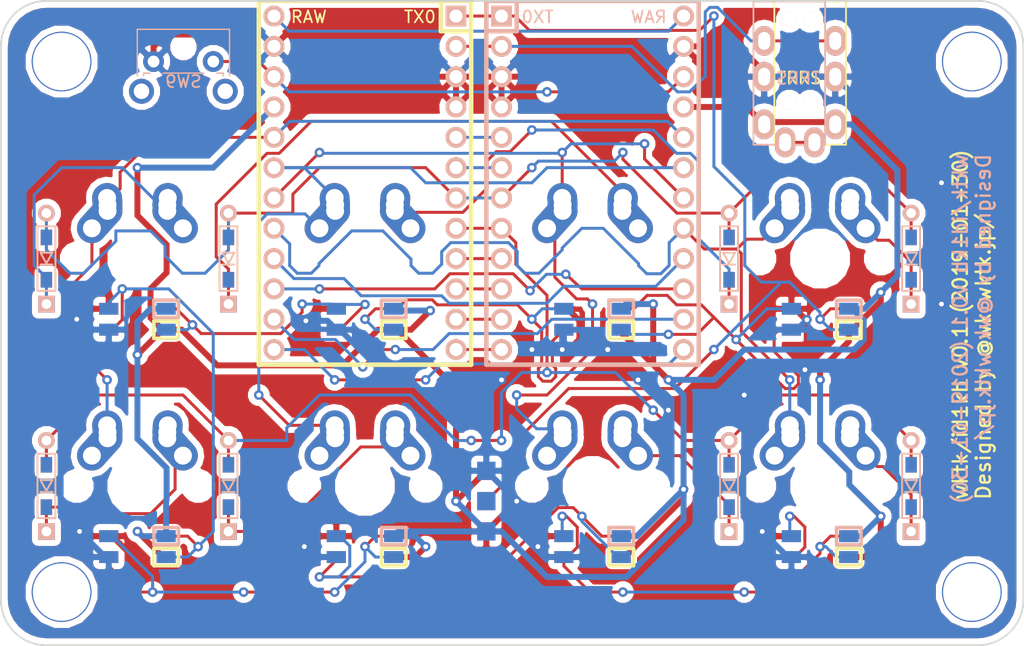
<source format=kicad_pcb>
(kicad_pcb (version 20171130) (host pcbnew "(5.0.1-3-g963ef8bb5)")
  (layers (0 F.Cu signal hide) (31 B.Cu signal hide) (34 B.Paste user hide) (35 F.Paste user hide) (36 B.SilkS user hide) (37 F.SilkS user hide) (38 B.Mask user hide) (39 F.Mask user hide) (44 Edge.Cuts user))
  (net 0 "")
  (net 1 row0)
  (net 2 "Net-(D1-Pad1)")
  (net 3 "Net-(D2-Pad1)")
  (net 4 row1)
  (net 5 "Net-(D3-Pad1)")
  (net 6 "Net-(D4-Pad1)")
  (net 7 "Net-(D5-Pad1)")
  (net 8 "Net-(D6-Pad1)")
  (net 9 "Net-(D7-Pad1)")
  (net 10 "Net-(D8-Pad1)")
  (net 11 VCC)
  (net 12 "Net-(J1-PadA)")
  (net 13 data)
  (net 14 GND)
  (net 15 col0)
  (net 16 col1)
  (net 17 col2)
  (net 18 col3)
  (net 19 reset)
  (net 20 "Net-(U1-Pad24)")
  (net 21 "Net-(U1-Pad16)")
  (net 22 "Net-(U1-Pad15)")
  (net 23 "Net-(U1-Pad14)")
  (net 24 "Net-(U1-Pad13)")
  (net 25 "Net-(U1-Pad12)")
  (net 26 "Net-(U1-Pad11)")
  (net 27 "Net-(U1-Pad10)")
  (net 28 "Net-(U1-Pad9)")
  (net 29 "Net-(U1-Pad6)")
  (net 30 "Net-(U1-Pad5)")
  (net 31 led)
  (net 32 "Net-(L1-Pad3)")
  (net 33 "Net-(L1-Pad1)")
  (net 34 "Net-(L2-Pad1)")
  (net 35 "Net-(L3-Pad3)")
  (net 36 "Net-(L4-Pad1)")
  (net 37 "Net-(L5-Pad3)")
  (net 38 "Net-(L6-Pad1)")
  (net 39 "Net-(L8-Pad1)")
  (module kbd:HOLE (layer F.Cu) (at 187.96 80.01)
    (fp_text reference Ref**)
    (fp_text value Val**)
    (pad "" np_thru_hole circle (at 0 0) (size 5 5) (drill 4.8) (layers *.Cu *.Mask))
  )
  (module kbd:HOLE (layer F.Cu) (at 187.96 124.46)
    (fp_text reference Ref**)
    (fp_text value Val**)
    (pad "" np_thru_hole circle (at 0 0) (size 5 5) (drill 4.8) (layers *.Cu *.Mask))
  )
  (module kbd:HOLE (layer F.Cu) (at 111.76 124.46)
    (fp_text reference Ref**)
    (fp_text value Val**)
    (pad "" np_thru_hole circle (at 0 0) (size 5 5) (drill 4.8) (layers *.Cu *.Mask))
  )
  (module kbd:HOLE (layer F.Cu) (at 111.76 80.01)
    (fp_text reference Ref**)
    (fp_text value Val**)
    (pad "" np_thru_hole circle (at 0 0) (size 5 5) (drill 4.8) (layers *.Cu *.Mask))
  )
  (module Keebio-Parts:Hybrid_PCB_100H_Dual_hole (layer F.Cu) (at 137.16 115.57)
    (fp_text reference SW4 hide)
    (fp_text value SW_PUSH hide)
    (pad 2 smd oval (at 2.52 -4.79 356.055) (size 2.5 3.081378) (layers B.Cu B.Paste B.Mask) (net 6 "Net-(D4-Pad1)"))
    (pad 2 smd oval (at 3.155 -3.27 221.9) (size 2.5 4.461556) (layers F.Cu F.Paste F.Mask) (net 6 "Net-(D4-Pad1)"))
    (pad 1 smd oval (at -2.52 -4.79 3.945) (size 2.5 3.081378) (layers F.Cu F.Paste F.Mask) (net 16 col1))
    (pad 1 smd oval (at -3.155 -3.27 138.1) (size 2.5 4.461556) (layers F.Cu F.Paste F.Mask) (net 16 col1))
    (pad 1 thru_hole circle (at -2.54 -5.08 330.95) (size 2 2) (drill 1.5) (layers *.Cu *.Mask) (net 16 col1))
    (pad 1 thru_hole circle (at -2.5 -4.5 330.95) (size 2 2) (drill 1.5) (layers *.Cu *.Mask) (net 16 col1))
    (pad 1 smd oval (at -2.52 -4.79 3.945) (size 2.5 3.081378) (layers B.Cu B.Paste B.Mask) (net 16 col1))
    (pad 2 thru_hole circle (at 3.81 -2.54 330.95) (size 2 2) (drill 1.5) (layers *.Cu *.Mask) (net 6 "Net-(D4-Pad1)"))
    (pad 2 thru_hole circle (at 2.5 -4) (size 2 2) (drill 1.5) (layers *.Cu *.Mask) (net 6 "Net-(D4-Pad1)"))
    (pad 1 smd oval (at -3.155 -3.27 138.1) (size 2.5 4.461556) (layers B.Cu B.Paste B.Mask) (net 16 col1))
    (pad 2 smd oval (at 3.155 -3.27 221.9) (size 2.5 4.461556) (layers B.Cu B.Paste B.Mask) (net 6 "Net-(D4-Pad1)"))
    (pad 1 thru_hole circle (at -3.81 -2.54 330.95) (size 2 2) (drill 1.5) (layers *.Cu *.Mask) (net 16 col1))
    (pad HOLE np_thru_hole circle (at 5.08 0) (size 1.8 1.8) (drill 1.8) (layers *.Cu))
    (pad HOLE np_thru_hole circle (at -5.08 0) (size 1.8 1.8) (drill 1.8) (layers *.Cu))
    (pad HOLE np_thru_hole circle (at 0 0) (size 3.9878 3.9878) (drill 3.9878) (layers *.Cu))
    (pad 1 thru_hole circle (at -2.5 -4 330.95) (size 2 2) (drill 1.5) (layers *.Cu *.Mask) (net 16 col1))
    (pad 2 thru_hole circle (at 2.54 -5.08 330.95) (size 2 2) (drill 1.5) (layers *.Cu *.Mask) (net 6 "Net-(D4-Pad1)"))
    (pad 2 thru_hole circle (at 2.5 -4.5 330.95) (size 2 2) (drill 1.5) (layers *.Cu *.Mask) (net 6 "Net-(D4-Pad1)"))
    (pad 2 smd oval (at 2.52 -4.79 356.055) (size 2.5 3.081378) (layers F.Cu F.Paste F.Mask) (net 6 "Net-(D4-Pad1)"))
  )
  (module Keebio-Parts:ArduinoProMicro-BackSide (layer F.Cu) (at 156.21 90.17 270)
    (fp_text reference U1 hide)
    (fp_text value ProMicro hide)
    (fp_text user RAW (at -13.9 -4.7) (layer B.SilkS) (effects (justify mirror)))
    (fp_text user TX0 (at -13.9 4.6) (layer B.SilkS) (effects (justify mirror)))
    (pad 24 thru_hole circle (at -13.97 -7.62 270) (size 1.7526 1.7526) (drill 1.0922) (layers *.Cu *.SilkS *.Mask) (net 20 "Net-(U1-Pad24)"))
    (pad 12 thru_hole circle (at 13.97 7.62 270) (size 1.7526 1.7526) (drill 1.0922) (layers *.Cu *.SilkS *.Mask) (net 25 "Net-(U1-Pad12)"))
    (pad 23 thru_hole circle (at -11.43 -7.62 270) (size 1.7526 1.7526) (drill 1.0922) (layers *.Cu *.SilkS *.Mask) (net 14 GND))
    (pad 22 thru_hole circle (at -8.89 -7.62 270) (size 1.7526 1.7526) (drill 1.0922) (layers *.Cu *.SilkS *.Mask) (net 19 reset))
    (pad 21 thru_hole circle (at -6.35 -7.62 270) (size 1.7526 1.7526) (drill 1.0922) (layers *.Cu *.SilkS *.Mask) (net 11 VCC))
    (pad 20 thru_hole circle (at -3.81 -7.62 270) (size 1.7526 1.7526) (drill 1.0922) (layers *.Cu *.SilkS *.Mask) (net 15 col0))
    (pad 19 thru_hole circle (at -1.27 -7.62 270) (size 1.7526 1.7526) (drill 1.0922) (layers *.Cu *.SilkS *.Mask) (net 16 col1))
    (pad 18 thru_hole circle (at 1.27 -7.62 270) (size 1.7526 1.7526) (drill 1.0922) (layers *.Cu *.SilkS *.Mask) (net 17 col2))
    (pad 17 thru_hole circle (at 3.81 -7.62 270) (size 1.7526 1.7526) (drill 1.0922) (layers *.Cu *.SilkS *.Mask) (net 18 col3))
    (pad 16 thru_hole circle (at 6.35 -7.62 270) (size 1.7526 1.7526) (drill 1.0922) (layers *.Cu *.SilkS *.Mask) (net 21 "Net-(U1-Pad16)"))
    (pad 15 thru_hole circle (at 8.89 -7.62 270) (size 1.7526 1.7526) (drill 1.0922) (layers *.Cu *.SilkS *.Mask) (net 22 "Net-(U1-Pad15)"))
    (pad 14 thru_hole circle (at 11.43 -7.62 270) (size 1.7526 1.7526) (drill 1.0922) (layers *.Cu *.SilkS *.Mask) (net 23 "Net-(U1-Pad14)"))
    (pad 13 thru_hole circle (at 13.97 -7.62 270) (size 1.7526 1.7526) (drill 1.0922) (layers *.Cu *.SilkS *.Mask) (net 24 "Net-(U1-Pad13)"))
    (pad 11 thru_hole circle (at 11.43 7.62 270) (size 1.7526 1.7526) (drill 1.0922) (layers *.Cu *.SilkS *.Mask) (net 26 "Net-(U1-Pad11)"))
    (pad 10 thru_hole circle (at 8.89 7.62 270) (size 1.7526 1.7526) (drill 1.0922) (layers *.Cu *.SilkS *.Mask) (net 27 "Net-(U1-Pad10)"))
    (pad 9 thru_hole circle (at 6.35 7.62 270) (size 1.7526 1.7526) (drill 1.0922) (layers *.Cu *.SilkS *.Mask) (net 28 "Net-(U1-Pad9)"))
    (pad 8 thru_hole circle (at 3.81 7.62 270) (size 1.7526 1.7526) (drill 1.0922) (layers *.Cu *.SilkS *.Mask) (net 4 row1))
    (pad 7 thru_hole circle (at 1.27 7.62 270) (size 1.7526 1.7526) (drill 1.0922) (layers *.Cu *.SilkS *.Mask) (net 1 row0))
    (pad 6 thru_hole circle (at -1.27 7.62 270) (size 1.7526 1.7526) (drill 1.0922) (layers *.Cu *.SilkS *.Mask) (net 29 "Net-(U1-Pad6)"))
    (pad 5 thru_hole circle (at -3.81 7.62 270) (size 1.7526 1.7526) (drill 1.0922) (layers *.Cu *.SilkS *.Mask) (net 30 "Net-(U1-Pad5)"))
    (pad 4 thru_hole circle (at -6.35 7.62 270) (size 1.7526 1.7526) (drill 1.0922) (layers *.Cu *.SilkS *.Mask) (net 14 GND))
    (pad 3 thru_hole circle (at -8.89 7.62 270) (size 1.7526 1.7526) (drill 1.0922) (layers *.Cu *.SilkS *.Mask) (net 14 GND))
    (pad 2 thru_hole circle (at -11.43 7.62 270) (size 1.7526 1.7526) (drill 1.0922) (layers *.Cu *.SilkS *.Mask) (net 13 data))
    (pad 1 thru_hole rect (at -13.97 7.62 270) (size 1.7526 1.7526) (drill 1.0922) (layers *.Cu *.SilkS *.Mask) (net 31 led))
  )
  (module Keebio-Parts:ArduinoProMicro-BackSide (layer B.Cu) (at 137.16 90.17 270)
    (fp_text reference U1 hide)
    (fp_text value ProMicro hide)
    (fp_text user TX0 (at -13.9 -4.6 180) (layer F.SilkS))
    (fp_text user RAW (at -13.9 4.7 180) (layer F.SilkS))
    (pad 1 thru_hole rect (at -13.97 -7.62 270) (size 1.7526 1.7526) (drill 1.0922) (layers *.Cu *.SilkS *.Mask) (net 31 led))
    (pad 2 thru_hole circle (at -11.43 -7.62 270) (size 1.7526 1.7526) (drill 1.0922) (layers *.Cu *.SilkS *.Mask) (net 13 data))
    (pad 3 thru_hole circle (at -8.89 -7.62 270) (size 1.7526 1.7526) (drill 1.0922) (layers *.Cu *.SilkS *.Mask) (net 14 GND))
    (pad 4 thru_hole circle (at -6.35 -7.62 270) (size 1.7526 1.7526) (drill 1.0922) (layers *.Cu *.SilkS *.Mask) (net 14 GND))
    (pad 5 thru_hole circle (at -3.81 -7.62 270) (size 1.7526 1.7526) (drill 1.0922) (layers *.Cu *.SilkS *.Mask) (net 30 "Net-(U1-Pad5)"))
    (pad 6 thru_hole circle (at -1.27 -7.62 270) (size 1.7526 1.7526) (drill 1.0922) (layers *.Cu *.SilkS *.Mask) (net 29 "Net-(U1-Pad6)"))
    (pad 7 thru_hole circle (at 1.27 -7.62 270) (size 1.7526 1.7526) (drill 1.0922) (layers *.Cu *.SilkS *.Mask) (net 1 row0))
    (pad 8 thru_hole circle (at 3.81 -7.62 270) (size 1.7526 1.7526) (drill 1.0922) (layers *.Cu *.SilkS *.Mask) (net 4 row1))
    (pad 9 thru_hole circle (at 6.35 -7.62 270) (size 1.7526 1.7526) (drill 1.0922) (layers *.Cu *.SilkS *.Mask) (net 28 "Net-(U1-Pad9)"))
    (pad 10 thru_hole circle (at 8.89 -7.62 270) (size 1.7526 1.7526) (drill 1.0922) (layers *.Cu *.SilkS *.Mask) (net 27 "Net-(U1-Pad10)"))
    (pad 11 thru_hole circle (at 11.43 -7.62 270) (size 1.7526 1.7526) (drill 1.0922) (layers *.Cu *.SilkS *.Mask) (net 26 "Net-(U1-Pad11)"))
    (pad 13 thru_hole circle (at 13.97 7.62 270) (size 1.7526 1.7526) (drill 1.0922) (layers *.Cu *.SilkS *.Mask) (net 24 "Net-(U1-Pad13)"))
    (pad 14 thru_hole circle (at 11.43 7.62 270) (size 1.7526 1.7526) (drill 1.0922) (layers *.Cu *.SilkS *.Mask) (net 23 "Net-(U1-Pad14)"))
    (pad 15 thru_hole circle (at 8.89 7.62 270) (size 1.7526 1.7526) (drill 1.0922) (layers *.Cu *.SilkS *.Mask) (net 22 "Net-(U1-Pad15)"))
    (pad 16 thru_hole circle (at 6.35 7.62 270) (size 1.7526 1.7526) (drill 1.0922) (layers *.Cu *.SilkS *.Mask) (net 21 "Net-(U1-Pad16)"))
    (pad 17 thru_hole circle (at 3.81 7.62 270) (size 1.7526 1.7526) (drill 1.0922) (layers *.Cu *.SilkS *.Mask) (net 18 col3))
    (pad 18 thru_hole circle (at 1.27 7.62 270) (size 1.7526 1.7526) (drill 1.0922) (layers *.Cu *.SilkS *.Mask) (net 17 col2))
    (pad 19 thru_hole circle (at -1.27 7.62 270) (size 1.7526 1.7526) (drill 1.0922) (layers *.Cu *.SilkS *.Mask) (net 16 col1))
    (pad 20 thru_hole circle (at -3.81 7.62 270) (size 1.7526 1.7526) (drill 1.0922) (layers *.Cu *.SilkS *.Mask) (net 15 col0))
    (pad 21 thru_hole circle (at -6.35 7.62 270) (size 1.7526 1.7526) (drill 1.0922) (layers *.Cu *.SilkS *.Mask) (net 11 VCC))
    (pad 22 thru_hole circle (at -8.89 7.62 270) (size 1.7526 1.7526) (drill 1.0922) (layers *.Cu *.SilkS *.Mask) (net 19 reset))
    (pad 23 thru_hole circle (at -11.43 7.62 270) (size 1.7526 1.7526) (drill 1.0922) (layers *.Cu *.SilkS *.Mask) (net 14 GND))
    (pad 12 thru_hole circle (at 13.97 -7.62 270) (size 1.7526 1.7526) (drill 1.0922) (layers *.Cu *.SilkS *.Mask) (net 25 "Net-(U1-Pad12)"))
    (pad 24 thru_hole circle (at -13.97 7.62 270) (size 1.7526 1.7526) (drill 1.0922) (layers *.Cu *.SilkS *.Mask) (net 20 "Net-(U1-Pad24)"))
  )
  (module Keebio-Parts:Hybrid_PCB_100H_Dual_hole (layer F.Cu) (at 175.26 115.57)
    (fp_text reference SW8 hide)
    (fp_text value SW_PUSH hide)
    (pad 2 smd oval (at 2.52 -4.79 356.055) (size 2.5 3.081378) (layers B.Cu B.Paste B.Mask) (net 10 "Net-(D8-Pad1)"))
    (pad 2 smd oval (at 3.155 -3.27 221.9) (size 2.5 4.461556) (layers F.Cu F.Paste F.Mask) (net 10 "Net-(D8-Pad1)"))
    (pad 1 smd oval (at -2.52 -4.79 3.945) (size 2.5 3.081378) (layers F.Cu F.Paste F.Mask) (net 18 col3))
    (pad 1 smd oval (at -3.155 -3.27 138.1) (size 2.5 4.461556) (layers F.Cu F.Paste F.Mask) (net 18 col3))
    (pad 1 thru_hole circle (at -2.54 -5.08 330.95) (size 2 2) (drill 1.5) (layers *.Cu *.Mask) (net 18 col3))
    (pad 1 thru_hole circle (at -2.5 -4.5 330.95) (size 2 2) (drill 1.5) (layers *.Cu *.Mask) (net 18 col3))
    (pad 1 smd oval (at -2.52 -4.79 3.945) (size 2.5 3.081378) (layers B.Cu B.Paste B.Mask) (net 18 col3))
    (pad 2 thru_hole circle (at 3.81 -2.54 330.95) (size 2 2) (drill 1.5) (layers *.Cu *.Mask) (net 10 "Net-(D8-Pad1)"))
    (pad 2 thru_hole circle (at 2.5 -4) (size 2 2) (drill 1.5) (layers *.Cu *.Mask) (net 10 "Net-(D8-Pad1)"))
    (pad 1 smd oval (at -3.155 -3.27 138.1) (size 2.5 4.461556) (layers B.Cu B.Paste B.Mask) (net 18 col3))
    (pad 2 smd oval (at 3.155 -3.27 221.9) (size 2.5 4.461556) (layers B.Cu B.Paste B.Mask) (net 10 "Net-(D8-Pad1)"))
    (pad 1 thru_hole circle (at -3.81 -2.54 330.95) (size 2 2) (drill 1.5) (layers *.Cu *.Mask) (net 18 col3))
    (pad HOLE np_thru_hole circle (at 5.08 0) (size 1.8 1.8) (drill 1.8) (layers *.Cu))
    (pad HOLE np_thru_hole circle (at -5.08 0) (size 1.8 1.8) (drill 1.8) (layers *.Cu))
    (pad HOLE np_thru_hole circle (at 0 0) (size 3.9878 3.9878) (drill 3.9878) (layers *.Cu))
    (pad 1 thru_hole circle (at -2.5 -4 330.95) (size 2 2) (drill 1.5) (layers *.Cu *.Mask) (net 18 col3))
    (pad 2 thru_hole circle (at 2.54 -5.08 330.95) (size 2 2) (drill 1.5) (layers *.Cu *.Mask) (net 10 "Net-(D8-Pad1)"))
    (pad 2 thru_hole circle (at 2.5 -4.5 330.95) (size 2 2) (drill 1.5) (layers *.Cu *.Mask) (net 10 "Net-(D8-Pad1)"))
    (pad 2 smd oval (at 2.52 -4.79 356.055) (size 2.5 3.081378) (layers F.Cu F.Paste F.Mask) (net 10 "Net-(D8-Pad1)"))
  )
  (module Keebio-Parts:Hybrid_PCB_100H_Dual_hole (layer F.Cu) (at 175.26 96.52)
    (fp_text reference SW7 hide)
    (fp_text value SW_PUSH hide)
    (pad 2 smd oval (at 2.52 -4.79 356.055) (size 2.5 3.081378) (layers F.Cu F.Paste F.Mask) (net 9 "Net-(D7-Pad1)"))
    (pad 2 thru_hole circle (at 2.5 -4.5 330.95) (size 2 2) (drill 1.5) (layers *.Cu *.Mask) (net 9 "Net-(D7-Pad1)"))
    (pad 2 thru_hole circle (at 2.54 -5.08 330.95) (size 2 2) (drill 1.5) (layers *.Cu *.Mask) (net 9 "Net-(D7-Pad1)"))
    (pad 1 thru_hole circle (at -2.5 -4 330.95) (size 2 2) (drill 1.5) (layers *.Cu *.Mask) (net 18 col3))
    (pad HOLE np_thru_hole circle (at 0 0) (size 3.9878 3.9878) (drill 3.9878) (layers *.Cu))
    (pad HOLE np_thru_hole circle (at -5.08 0) (size 1.8 1.8) (drill 1.8) (layers *.Cu))
    (pad HOLE np_thru_hole circle (at 5.08 0) (size 1.8 1.8) (drill 1.8) (layers *.Cu))
    (pad 1 thru_hole circle (at -3.81 -2.54 330.95) (size 2 2) (drill 1.5) (layers *.Cu *.Mask) (net 18 col3))
    (pad 2 smd oval (at 3.155 -3.27 221.9) (size 2.5 4.461556) (layers B.Cu B.Paste B.Mask) (net 9 "Net-(D7-Pad1)"))
    (pad 1 smd oval (at -3.155 -3.27 138.1) (size 2.5 4.461556) (layers B.Cu B.Paste B.Mask) (net 18 col3))
    (pad 2 thru_hole circle (at 2.5 -4) (size 2 2) (drill 1.5) (layers *.Cu *.Mask) (net 9 "Net-(D7-Pad1)"))
    (pad 2 thru_hole circle (at 3.81 -2.54 330.95) (size 2 2) (drill 1.5) (layers *.Cu *.Mask) (net 9 "Net-(D7-Pad1)"))
    (pad 1 smd oval (at -2.52 -4.79 3.945) (size 2.5 3.081378) (layers B.Cu B.Paste B.Mask) (net 18 col3))
    (pad 1 thru_hole circle (at -2.5 -4.5 330.95) (size 2 2) (drill 1.5) (layers *.Cu *.Mask) (net 18 col3))
    (pad 1 thru_hole circle (at -2.54 -5.08 330.95) (size 2 2) (drill 1.5) (layers *.Cu *.Mask) (net 18 col3))
    (pad 1 smd oval (at -3.155 -3.27 138.1) (size 2.5 4.461556) (layers F.Cu F.Paste F.Mask) (net 18 col3))
    (pad 1 smd oval (at -2.52 -4.79 3.945) (size 2.5 3.081378) (layers F.Cu F.Paste F.Mask) (net 18 col3))
    (pad 2 smd oval (at 3.155 -3.27 221.9) (size 2.5 4.461556) (layers F.Cu F.Paste F.Mask) (net 9 "Net-(D7-Pad1)"))
    (pad 2 smd oval (at 2.52 -4.79 356.055) (size 2.5 3.081378) (layers B.Cu B.Paste B.Mask) (net 9 "Net-(D7-Pad1)"))
  )
  (module Keebio-Parts:Hybrid_PCB_100H_Dual_hole (layer F.Cu) (at 156.21 115.57)
    (fp_text reference SW6 hide)
    (fp_text value SW_PUSH hide)
    (pad 2 smd oval (at 2.52 -4.79 356.055) (size 2.5 3.081378) (layers B.Cu B.Paste B.Mask) (net 8 "Net-(D6-Pad1)"))
    (pad 2 smd oval (at 3.155 -3.27 221.9) (size 2.5 4.461556) (layers F.Cu F.Paste F.Mask) (net 8 "Net-(D6-Pad1)"))
    (pad 1 smd oval (at -2.52 -4.79 3.945) (size 2.5 3.081378) (layers F.Cu F.Paste F.Mask) (net 17 col2))
    (pad 1 smd oval (at -3.155 -3.27 138.1) (size 2.5 4.461556) (layers F.Cu F.Paste F.Mask) (net 17 col2))
    (pad 1 thru_hole circle (at -2.54 -5.08 330.95) (size 2 2) (drill 1.5) (layers *.Cu *.Mask) (net 17 col2))
    (pad 1 thru_hole circle (at -2.5 -4.5 330.95) (size 2 2) (drill 1.5) (layers *.Cu *.Mask) (net 17 col2))
    (pad 1 smd oval (at -2.52 -4.79 3.945) (size 2.5 3.081378) (layers B.Cu B.Paste B.Mask) (net 17 col2))
    (pad 2 thru_hole circle (at 3.81 -2.54 330.95) (size 2 2) (drill 1.5) (layers *.Cu *.Mask) (net 8 "Net-(D6-Pad1)"))
    (pad 2 thru_hole circle (at 2.5 -4) (size 2 2) (drill 1.5) (layers *.Cu *.Mask) (net 8 "Net-(D6-Pad1)"))
    (pad 1 smd oval (at -3.155 -3.27 138.1) (size 2.5 4.461556) (layers B.Cu B.Paste B.Mask) (net 17 col2))
    (pad 2 smd oval (at 3.155 -3.27 221.9) (size 2.5 4.461556) (layers B.Cu B.Paste B.Mask) (net 8 "Net-(D6-Pad1)"))
    (pad 1 thru_hole circle (at -3.81 -2.54 330.95) (size 2 2) (drill 1.5) (layers *.Cu *.Mask) (net 17 col2))
    (pad HOLE np_thru_hole circle (at 5.08 0) (size 1.8 1.8) (drill 1.8) (layers *.Cu))
    (pad HOLE np_thru_hole circle (at -5.08 0) (size 1.8 1.8) (drill 1.8) (layers *.Cu))
    (pad HOLE np_thru_hole circle (at 0 0) (size 3.9878 3.9878) (drill 3.9878) (layers *.Cu))
    (pad 1 thru_hole circle (at -2.5 -4 330.95) (size 2 2) (drill 1.5) (layers *.Cu *.Mask) (net 17 col2))
    (pad 2 thru_hole circle (at 2.54 -5.08 330.95) (size 2 2) (drill 1.5) (layers *.Cu *.Mask) (net 8 "Net-(D6-Pad1)"))
    (pad 2 thru_hole circle (at 2.5 -4.5 330.95) (size 2 2) (drill 1.5) (layers *.Cu *.Mask) (net 8 "Net-(D6-Pad1)"))
    (pad 2 smd oval (at 2.52 -4.79 356.055) (size 2.5 3.081378) (layers F.Cu F.Paste F.Mask) (net 8 "Net-(D6-Pad1)"))
  )
  (module Keebio-Parts:Hybrid_PCB_100H_Dual_hole (layer F.Cu) (at 156.21 96.52)
    (fp_text reference SW5 hide)
    (fp_text value SW_PUSH hide)
    (pad 2 smd oval (at 2.52 -4.79 356.055) (size 2.5 3.081378) (layers F.Cu F.Paste F.Mask) (net 7 "Net-(D5-Pad1)"))
    (pad 2 thru_hole circle (at 2.5 -4.5 330.95) (size 2 2) (drill 1.5) (layers *.Cu *.Mask) (net 7 "Net-(D5-Pad1)"))
    (pad 2 thru_hole circle (at 2.54 -5.08 330.95) (size 2 2) (drill 1.5) (layers *.Cu *.Mask) (net 7 "Net-(D5-Pad1)"))
    (pad 1 thru_hole circle (at -2.5 -4 330.95) (size 2 2) (drill 1.5) (layers *.Cu *.Mask) (net 17 col2))
    (pad HOLE np_thru_hole circle (at 0 0) (size 3.9878 3.9878) (drill 3.9878) (layers *.Cu))
    (pad HOLE np_thru_hole circle (at -5.08 0) (size 1.8 1.8) (drill 1.8) (layers *.Cu))
    (pad HOLE np_thru_hole circle (at 5.08 0) (size 1.8 1.8) (drill 1.8) (layers *.Cu))
    (pad 1 thru_hole circle (at -3.81 -2.54 330.95) (size 2 2) (drill 1.5) (layers *.Cu *.Mask) (net 17 col2))
    (pad 2 smd oval (at 3.155 -3.27 221.9) (size 2.5 4.461556) (layers B.Cu B.Paste B.Mask) (net 7 "Net-(D5-Pad1)"))
    (pad 1 smd oval (at -3.155 -3.27 138.1) (size 2.5 4.461556) (layers B.Cu B.Paste B.Mask) (net 17 col2))
    (pad 2 thru_hole circle (at 2.5 -4) (size 2 2) (drill 1.5) (layers *.Cu *.Mask) (net 7 "Net-(D5-Pad1)"))
    (pad 2 thru_hole circle (at 3.81 -2.54 330.95) (size 2 2) (drill 1.5) (layers *.Cu *.Mask) (net 7 "Net-(D5-Pad1)"))
    (pad 1 smd oval (at -2.52 -4.79 3.945) (size 2.5 3.081378) (layers B.Cu B.Paste B.Mask) (net 17 col2))
    (pad 1 thru_hole circle (at -2.5 -4.5 330.95) (size 2 2) (drill 1.5) (layers *.Cu *.Mask) (net 17 col2))
    (pad 1 thru_hole circle (at -2.54 -5.08 330.95) (size 2 2) (drill 1.5) (layers *.Cu *.Mask) (net 17 col2))
    (pad 1 smd oval (at -3.155 -3.27 138.1) (size 2.5 4.461556) (layers F.Cu F.Paste F.Mask) (net 17 col2))
    (pad 1 smd oval (at -2.52 -4.79 3.945) (size 2.5 3.081378) (layers F.Cu F.Paste F.Mask) (net 17 col2))
    (pad 2 smd oval (at 3.155 -3.27 221.9) (size 2.5 4.461556) (layers F.Cu F.Paste F.Mask) (net 7 "Net-(D5-Pad1)"))
    (pad 2 smd oval (at 2.52 -4.79 356.055) (size 2.5 3.081378) (layers B.Cu B.Paste B.Mask) (net 7 "Net-(D5-Pad1)"))
  )
  (module Keebio-Parts:Hybrid_PCB_100H_Dual_hole (layer F.Cu) (at 137.16 96.52)
    (fp_text reference SW3 hide)
    (fp_text value SW_PUSH hide)
    (pad 2 smd oval (at 2.52 -4.79 356.055) (size 2.5 3.081378) (layers F.Cu F.Paste F.Mask) (net 5 "Net-(D3-Pad1)"))
    (pad 2 thru_hole circle (at 2.5 -4.5 330.95) (size 2 2) (drill 1.5) (layers *.Cu *.Mask) (net 5 "Net-(D3-Pad1)"))
    (pad 2 thru_hole circle (at 2.54 -5.08 330.95) (size 2 2) (drill 1.5) (layers *.Cu *.Mask) (net 5 "Net-(D3-Pad1)"))
    (pad 1 thru_hole circle (at -2.5 -4 330.95) (size 2 2) (drill 1.5) (layers *.Cu *.Mask) (net 16 col1))
    (pad HOLE np_thru_hole circle (at 0 0) (size 3.9878 3.9878) (drill 3.9878) (layers *.Cu))
    (pad HOLE np_thru_hole circle (at -5.08 0) (size 1.8 1.8) (drill 1.8) (layers *.Cu))
    (pad HOLE np_thru_hole circle (at 5.08 0) (size 1.8 1.8) (drill 1.8) (layers *.Cu))
    (pad 1 thru_hole circle (at -3.81 -2.54 330.95) (size 2 2) (drill 1.5) (layers *.Cu *.Mask) (net 16 col1))
    (pad 2 smd oval (at 3.155 -3.27 221.9) (size 2.5 4.461556) (layers B.Cu B.Paste B.Mask) (net 5 "Net-(D3-Pad1)"))
    (pad 1 smd oval (at -3.155 -3.27 138.1) (size 2.5 4.461556) (layers B.Cu B.Paste B.Mask) (net 16 col1))
    (pad 2 thru_hole circle (at 2.5 -4) (size 2 2) (drill 1.5) (layers *.Cu *.Mask) (net 5 "Net-(D3-Pad1)"))
    (pad 2 thru_hole circle (at 3.81 -2.54 330.95) (size 2 2) (drill 1.5) (layers *.Cu *.Mask) (net 5 "Net-(D3-Pad1)"))
    (pad 1 smd oval (at -2.52 -4.79 3.945) (size 2.5 3.081378) (layers B.Cu B.Paste B.Mask) (net 16 col1))
    (pad 1 thru_hole circle (at -2.5 -4.5 330.95) (size 2 2) (drill 1.5) (layers *.Cu *.Mask) (net 16 col1))
    (pad 1 thru_hole circle (at -2.54 -5.08 330.95) (size 2 2) (drill 1.5) (layers *.Cu *.Mask) (net 16 col1))
    (pad 1 smd oval (at -3.155 -3.27 138.1) (size 2.5 4.461556) (layers F.Cu F.Paste F.Mask) (net 16 col1))
    (pad 1 smd oval (at -2.52 -4.79 3.945) (size 2.5 3.081378) (layers F.Cu F.Paste F.Mask) (net 16 col1))
    (pad 2 smd oval (at 3.155 -3.27 221.9) (size 2.5 4.461556) (layers F.Cu F.Paste F.Mask) (net 5 "Net-(D3-Pad1)"))
    (pad 2 smd oval (at 2.52 -4.79 356.055) (size 2.5 3.081378) (layers B.Cu B.Paste B.Mask) (net 5 "Net-(D3-Pad1)"))
  )
  (module Keebio-Parts:Hybrid_PCB_100H_Dual_hole (layer F.Cu) (at 118.11 115.57)
    (fp_text reference SW2 hide)
    (fp_text value SW_PUSH hide)
    (pad 2 smd oval (at 2.52 -4.79 356.055) (size 2.5 3.081378) (layers B.Cu B.Paste B.Mask) (net 3 "Net-(D2-Pad1)"))
    (pad 2 smd oval (at 3.155 -3.27 221.9) (size 2.5 4.461556) (layers F.Cu F.Paste F.Mask) (net 3 "Net-(D2-Pad1)"))
    (pad 1 smd oval (at -2.52 -4.79 3.945) (size 2.5 3.081378) (layers F.Cu F.Paste F.Mask) (net 15 col0))
    (pad 1 smd oval (at -3.155 -3.27 138.1) (size 2.5 4.461556) (layers F.Cu F.Paste F.Mask) (net 15 col0))
    (pad 1 thru_hole circle (at -2.54 -5.08 330.95) (size 2 2) (drill 1.5) (layers *.Cu *.Mask) (net 15 col0))
    (pad 1 thru_hole circle (at -2.5 -4.5 330.95) (size 2 2) (drill 1.5) (layers *.Cu *.Mask) (net 15 col0))
    (pad 1 smd oval (at -2.52 -4.79 3.945) (size 2.5 3.081378) (layers B.Cu B.Paste B.Mask) (net 15 col0))
    (pad 2 thru_hole circle (at 3.81 -2.54 330.95) (size 2 2) (drill 1.5) (layers *.Cu *.Mask) (net 3 "Net-(D2-Pad1)"))
    (pad 2 thru_hole circle (at 2.5 -4) (size 2 2) (drill 1.5) (layers *.Cu *.Mask) (net 3 "Net-(D2-Pad1)"))
    (pad 1 smd oval (at -3.155 -3.27 138.1) (size 2.5 4.461556) (layers B.Cu B.Paste B.Mask) (net 15 col0))
    (pad 2 smd oval (at 3.155 -3.27 221.9) (size 2.5 4.461556) (layers B.Cu B.Paste B.Mask) (net 3 "Net-(D2-Pad1)"))
    (pad 1 thru_hole circle (at -3.81 -2.54 330.95) (size 2 2) (drill 1.5) (layers *.Cu *.Mask) (net 15 col0))
    (pad HOLE np_thru_hole circle (at 5.08 0) (size 1.8 1.8) (drill 1.8) (layers *.Cu))
    (pad HOLE np_thru_hole circle (at -5.08 0) (size 1.8 1.8) (drill 1.8) (layers *.Cu))
    (pad HOLE np_thru_hole circle (at 0 0) (size 3.9878 3.9878) (drill 3.9878) (layers *.Cu))
    (pad 1 thru_hole circle (at -2.5 -4 330.95) (size 2 2) (drill 1.5) (layers *.Cu *.Mask) (net 15 col0))
    (pad 2 thru_hole circle (at 2.54 -5.08 330.95) (size 2 2) (drill 1.5) (layers *.Cu *.Mask) (net 3 "Net-(D2-Pad1)"))
    (pad 2 thru_hole circle (at 2.5 -4.5 330.95) (size 2 2) (drill 1.5) (layers *.Cu *.Mask) (net 3 "Net-(D2-Pad1)"))
    (pad 2 smd oval (at 2.52 -4.79 356.055) (size 2.5 3.081378) (layers F.Cu F.Paste F.Mask) (net 3 "Net-(D2-Pad1)"))
  )
  (module Keebio-Parts:Hybrid_PCB_100H_Dual_hole (layer F.Cu) (at 118.11 96.52)
    (fp_text reference SW1 hide)
    (fp_text value SW_PUSH hide)
    (pad 2 smd oval (at 2.52 -4.79 356.055) (size 2.5 3.081378) (layers F.Cu F.Paste F.Mask) (net 2 "Net-(D1-Pad1)"))
    (pad 2 thru_hole circle (at 2.5 -4.5 330.95) (size 2 2) (drill 1.5) (layers *.Cu *.Mask) (net 2 "Net-(D1-Pad1)"))
    (pad 2 thru_hole circle (at 2.54 -5.08 330.95) (size 2 2) (drill 1.5) (layers *.Cu *.Mask) (net 2 "Net-(D1-Pad1)"))
    (pad 1 thru_hole circle (at -2.5 -4 330.95) (size 2 2) (drill 1.5) (layers *.Cu *.Mask) (net 15 col0))
    (pad HOLE np_thru_hole circle (at 0 0) (size 3.9878 3.9878) (drill 3.9878) (layers *.Cu))
    (pad HOLE np_thru_hole circle (at -5.08 0) (size 1.8 1.8) (drill 1.8) (layers *.Cu))
    (pad HOLE np_thru_hole circle (at 5.08 0) (size 1.8 1.8) (drill 1.8) (layers *.Cu))
    (pad 1 thru_hole circle (at -3.81 -2.54 330.95) (size 2 2) (drill 1.5) (layers *.Cu *.Mask) (net 15 col0))
    (pad 2 smd oval (at 3.155 -3.27 221.9) (size 2.5 4.461556) (layers B.Cu B.Paste B.Mask) (net 2 "Net-(D1-Pad1)"))
    (pad 1 smd oval (at -3.155 -3.27 138.1) (size 2.5 4.461556) (layers B.Cu B.Paste B.Mask) (net 15 col0))
    (pad 2 thru_hole circle (at 2.5 -4) (size 2 2) (drill 1.5) (layers *.Cu *.Mask) (net 2 "Net-(D1-Pad1)"))
    (pad 2 thru_hole circle (at 3.81 -2.54 330.95) (size 2 2) (drill 1.5) (layers *.Cu *.Mask) (net 2 "Net-(D1-Pad1)"))
    (pad 1 smd oval (at -2.52 -4.79 3.945) (size 2.5 3.081378) (layers B.Cu B.Paste B.Mask) (net 15 col0))
    (pad 1 thru_hole circle (at -2.5 -4.5 330.95) (size 2 2) (drill 1.5) (layers *.Cu *.Mask) (net 15 col0))
    (pad 1 thru_hole circle (at -2.54 -5.08 330.95) (size 2 2) (drill 1.5) (layers *.Cu *.Mask) (net 15 col0))
    (pad 1 smd oval (at -3.155 -3.27 138.1) (size 2.5 4.461556) (layers F.Cu F.Paste F.Mask) (net 15 col0))
    (pad 1 smd oval (at -2.52 -4.79 3.945) (size 2.5 3.081378) (layers F.Cu F.Paste F.Mask) (net 15 col0))
    (pad 2 smd oval (at 3.155 -3.27 221.9) (size 2.5 4.461556) (layers F.Cu F.Paste F.Mask) (net 2 "Net-(D1-Pad1)"))
    (pad 2 smd oval (at 2.52 -4.79 356.055) (size 2.5 3.081378) (layers B.Cu B.Paste B.Mask) (net 2 "Net-(D1-Pad1)"))
  )
  (module kbd:D3_TH_SMD (layer B.Cu) (at 182.88 115.57 90)
    (fp_text reference D8 hide)
    (fp_text value DIODE hide)
    (pad 2 smd rect (at 1.775 0 90) (size 1.3 0.95) (layers B.Cu B.Paste B.Mask) (net 4 row1))
    (pad 2 thru_hole circle (at 3.81 0 90) (size 1.397 1.397) (drill 0.8128) (layers *.Cu *.Mask B.SilkS) (net 4 row1))
    (pad 1 thru_hole rect (at -3.81 0 90) (size 1.397 1.397) (drill 0.8128) (layers *.Cu *.Mask B.SilkS) (net 10 "Net-(D8-Pad1)"))
    (pad 1 smd rect (at -1.775 0 90) (size 1.3 0.95) (layers F.Cu F.Paste F.Mask) (net 10 "Net-(D8-Pad1)"))
    (pad 2 smd rect (at 1.775 0 90) (size 1.3 0.95) (layers F.Cu F.Paste F.Mask) (net 4 row1))
    (pad 1 smd rect (at -1.775 0 90) (size 1.3 0.95) (layers B.Cu B.Paste B.Mask) (net 10 "Net-(D8-Pad1)"))
  )
  (module kbd:D3_TH_SMD (layer B.Cu) (at 182.88 96.52 90)
    (fp_text reference D7 hide)
    (fp_text value DIODE hide)
    (pad 1 smd rect (at -1.775 0 90) (size 1.3 0.95) (layers B.Cu B.Paste B.Mask) (net 9 "Net-(D7-Pad1)"))
    (pad 2 smd rect (at 1.775 0 90) (size 1.3 0.95) (layers F.Cu F.Paste F.Mask) (net 1 row0))
    (pad 1 smd rect (at -1.775 0 90) (size 1.3 0.95) (layers F.Cu F.Paste F.Mask) (net 9 "Net-(D7-Pad1)"))
    (pad 1 thru_hole rect (at -3.81 0 90) (size 1.397 1.397) (drill 0.8128) (layers *.Cu *.Mask B.SilkS) (net 9 "Net-(D7-Pad1)"))
    (pad 2 thru_hole circle (at 3.81 0 90) (size 1.397 1.397) (drill 0.8128) (layers *.Cu *.Mask B.SilkS) (net 1 row0))
    (pad 2 smd rect (at 1.775 0 90) (size 1.3 0.95) (layers B.Cu B.Paste B.Mask) (net 1 row0))
  )
  (module kbd:D3_TH_SMD (layer B.Cu) (at 167.64 115.57 90)
    (fp_text reference D6 hide)
    (fp_text value DIODE hide)
    (pad 2 smd rect (at 1.775 0 90) (size 1.3 0.95) (layers B.Cu B.Paste B.Mask) (net 4 row1))
    (pad 2 thru_hole circle (at 3.81 0 90) (size 1.397 1.397) (drill 0.8128) (layers *.Cu *.Mask B.SilkS) (net 4 row1))
    (pad 1 thru_hole rect (at -3.81 0 90) (size 1.397 1.397) (drill 0.8128) (layers *.Cu *.Mask B.SilkS) (net 8 "Net-(D6-Pad1)"))
    (pad 1 smd rect (at -1.775 0 90) (size 1.3 0.95) (layers F.Cu F.Paste F.Mask) (net 8 "Net-(D6-Pad1)"))
    (pad 2 smd rect (at 1.775 0 90) (size 1.3 0.95) (layers F.Cu F.Paste F.Mask) (net 4 row1))
    (pad 1 smd rect (at -1.775 0 90) (size 1.3 0.95) (layers B.Cu B.Paste B.Mask) (net 8 "Net-(D6-Pad1)"))
  )
  (module kbd:D3_TH_SMD (layer B.Cu) (at 125.73 96.52 90)
    (fp_text reference D5 hide)
    (fp_text value DIODE hide)
    (pad 1 smd rect (at -1.775 0 90) (size 1.3 0.95) (layers B.Cu B.Paste B.Mask) (net 7 "Net-(D5-Pad1)"))
    (pad 2 smd rect (at 1.775 0 90) (size 1.3 0.95) (layers F.Cu F.Paste F.Mask) (net 1 row0))
    (pad 1 smd rect (at -1.775 0 90) (size 1.3 0.95) (layers F.Cu F.Paste F.Mask) (net 7 "Net-(D5-Pad1)"))
    (pad 1 thru_hole rect (at -3.81 0 90) (size 1.397 1.397) (drill 0.8128) (layers *.Cu *.Mask B.SilkS) (net 7 "Net-(D5-Pad1)"))
    (pad 2 thru_hole circle (at 3.81 0 90) (size 1.397 1.397) (drill 0.8128) (layers *.Cu *.Mask B.SilkS) (net 1 row0))
    (pad 2 smd rect (at 1.775 0 90) (size 1.3 0.95) (layers B.Cu B.Paste B.Mask) (net 1 row0))
  )
  (module kbd:D3_TH_SMD (layer B.Cu) (at 125.73 115.57 90)
    (fp_text reference D4 hide)
    (fp_text value DIODE hide)
    (pad 1 smd rect (at -1.775 0 90) (size 1.3 0.95) (layers B.Cu B.Paste B.Mask) (net 6 "Net-(D4-Pad1)"))
    (pad 2 smd rect (at 1.775 0 90) (size 1.3 0.95) (layers F.Cu F.Paste F.Mask) (net 4 row1))
    (pad 1 smd rect (at -1.775 0 90) (size 1.3 0.95) (layers F.Cu F.Paste F.Mask) (net 6 "Net-(D4-Pad1)"))
    (pad 1 thru_hole rect (at -3.81 0 90) (size 1.397 1.397) (drill 0.8128) (layers *.Cu *.Mask B.SilkS) (net 6 "Net-(D4-Pad1)"))
    (pad 2 thru_hole circle (at 3.81 0 90) (size 1.397 1.397) (drill 0.8128) (layers *.Cu *.Mask B.SilkS) (net 4 row1))
    (pad 2 smd rect (at 1.775 0 90) (size 1.3 0.95) (layers B.Cu B.Paste B.Mask) (net 4 row1))
  )
  (module kbd:D3_TH_SMD (layer B.Cu) (at 167.64 96.52 90)
    (fp_text reference D3 hide)
    (fp_text value DIODE hide)
    (pad 1 smd rect (at -1.775 0 90) (size 1.3 0.95) (layers B.Cu B.Paste B.Mask) (net 5 "Net-(D3-Pad1)"))
    (pad 2 smd rect (at 1.775 0 90) (size 1.3 0.95) (layers F.Cu F.Paste F.Mask) (net 1 row0))
    (pad 1 smd rect (at -1.775 0 90) (size 1.3 0.95) (layers F.Cu F.Paste F.Mask) (net 5 "Net-(D3-Pad1)"))
    (pad 1 thru_hole rect (at -3.81 0 90) (size 1.397 1.397) (drill 0.8128) (layers *.Cu *.Mask B.SilkS) (net 5 "Net-(D3-Pad1)"))
    (pad 2 thru_hole circle (at 3.81 0 90) (size 1.397 1.397) (drill 0.8128) (layers *.Cu *.Mask B.SilkS) (net 1 row0))
    (pad 2 smd rect (at 1.775 0 90) (size 1.3 0.95) (layers B.Cu B.Paste B.Mask) (net 1 row0))
  )
  (module kbd:D3_TH_SMD (layer B.Cu) (at 110.49 115.57 90)
    (fp_text reference D2 hide)
    (fp_text value DIODE hide)
    (pad 2 smd rect (at 1.775 0 90) (size 1.3 0.95) (layers B.Cu B.Paste B.Mask) (net 4 row1))
    (pad 2 thru_hole circle (at 3.81 0 90) (size 1.397 1.397) (drill 0.8128) (layers *.Cu *.Mask B.SilkS) (net 4 row1))
    (pad 1 thru_hole rect (at -3.81 0 90) (size 1.397 1.397) (drill 0.8128) (layers *.Cu *.Mask B.SilkS) (net 3 "Net-(D2-Pad1)"))
    (pad 1 smd rect (at -1.775 0 90) (size 1.3 0.95) (layers F.Cu F.Paste F.Mask) (net 3 "Net-(D2-Pad1)"))
    (pad 2 smd rect (at 1.775 0 90) (size 1.3 0.95) (layers F.Cu F.Paste F.Mask) (net 4 row1))
    (pad 1 smd rect (at -1.775 0 90) (size 1.3 0.95) (layers B.Cu B.Paste B.Mask) (net 3 "Net-(D2-Pad1)"))
  )
  (module kbd:D3_TH_SMD (layer B.Cu) (at 110.49 96.52 90)
    (fp_text reference D1 hide)
    (fp_text value DIODE hide)
    (pad 1 smd rect (at -1.775 0 90) (size 1.3 0.95) (layers B.Cu B.Paste B.Mask) (net 2 "Net-(D1-Pad1)"))
    (pad 2 smd rect (at 1.775 0 90) (size 1.3 0.95) (layers F.Cu F.Paste F.Mask) (net 1 row0))
    (pad 1 smd rect (at -1.775 0 90) (size 1.3 0.95) (layers F.Cu F.Paste F.Mask) (net 2 "Net-(D1-Pad1)"))
    (pad 1 thru_hole rect (at -3.81 0 90) (size 1.397 1.397) (drill 0.8128) (layers *.Cu *.Mask B.SilkS) (net 2 "Net-(D1-Pad1)"))
    (pad 2 thru_hole circle (at 3.81 0 90) (size 1.397 1.397) (drill 0.8128) (layers *.Cu *.Mask B.SilkS) (net 1 row0))
    (pad 2 smd rect (at 1.775 0 90) (size 1.3 0.95) (layers B.Cu B.Paste B.Mask) (net 1 row0))
  )
  (module kbd:SK6812MINI_rev (layer F.Cu) (at 175.26 120.65)
    (fp_text reference L8 hide)
    (fp_text value SK6812MINI hide)
    (pad 2 smd rect (at -2.4 0.875) (size 1.6 1) (layers B.Cu B.Paste B.Mask) (net 14 GND))
    (pad 1 smd rect (at -2.4 -0.875) (size 1.6 1) (layers B.Cu B.Paste B.Mask) (net 39 "Net-(L8-Pad1)"))
    (pad 4 smd rect (at 2.4 -0.875) (size 1.6 1) (layers B.Cu B.Paste B.Mask) (net 11 VCC))
    (pad 3 smd rect (at 2.4 0.875) (size 1.6 1) (layers B.Cu B.Paste B.Mask) (net 38 "Net-(L6-Pad1)"))
    (pad 2 smd rect (at -2.4 -0.875) (size 1.6 1) (layers F.Cu F.Paste F.Mask) (net 14 GND))
    (pad 1 smd rect (at -2.4 0.875) (size 1.6 1) (layers F.Cu F.Paste F.Mask) (net 39 "Net-(L8-Pad1)"))
    (pad 3 smd rect (at 2.4 -0.875) (size 1.6 1) (layers F.Cu F.Paste F.Mask) (net 38 "Net-(L6-Pad1)"))
    (pad 4 smd rect (at 2.4 0.875) (size 1.6 1) (layers F.Cu F.Paste F.Mask) (net 11 VCC))
  )
  (module kbd:SK6812MINI_rev (layer F.Cu) (at 175.26 101.6)
    (fp_text reference L7 hide)
    (fp_text value SK6812MINI hide)
    (pad 4 smd rect (at 2.4 0.875) (size 1.6 1) (layers F.Cu F.Paste F.Mask) (net 11 VCC))
    (pad 3 smd rect (at 2.4 -0.875) (size 1.6 1) (layers F.Cu F.Paste F.Mask) (net 31 led))
    (pad 1 smd rect (at -2.4 0.875) (size 1.6 1) (layers F.Cu F.Paste F.Mask) (net 37 "Net-(L5-Pad3)"))
    (pad 2 smd rect (at -2.4 -0.875) (size 1.6 1) (layers F.Cu F.Paste F.Mask) (net 14 GND))
    (pad 3 smd rect (at 2.4 0.875) (size 1.6 1) (layers B.Cu B.Paste B.Mask) (net 31 led))
    (pad 4 smd rect (at 2.4 -0.875) (size 1.6 1) (layers B.Cu B.Paste B.Mask) (net 11 VCC))
    (pad 1 smd rect (at -2.4 -0.875) (size 1.6 1) (layers B.Cu B.Paste B.Mask) (net 37 "Net-(L5-Pad3)"))
    (pad 2 smd rect (at -2.4 0.875) (size 1.6 1) (layers B.Cu B.Paste B.Mask) (net 14 GND))
  )
  (module kbd:SK6812MINI_rev (layer F.Cu) (at 156.21 120.65)
    (fp_text reference L6 hide)
    (fp_text value SK6812MINI hide)
    (pad 2 smd rect (at -2.4 0.875) (size 1.6 1) (layers B.Cu B.Paste B.Mask) (net 14 GND))
    (pad 1 smd rect (at -2.4 -0.875) (size 1.6 1) (layers B.Cu B.Paste B.Mask) (net 38 "Net-(L6-Pad1)"))
    (pad 4 smd rect (at 2.4 -0.875) (size 1.6 1) (layers B.Cu B.Paste B.Mask) (net 11 VCC))
    (pad 3 smd rect (at 2.4 0.875) (size 1.6 1) (layers B.Cu B.Paste B.Mask) (net 36 "Net-(L4-Pad1)"))
    (pad 2 smd rect (at -2.4 -0.875) (size 1.6 1) (layers F.Cu F.Paste F.Mask) (net 14 GND))
    (pad 1 smd rect (at -2.4 0.875) (size 1.6 1) (layers F.Cu F.Paste F.Mask) (net 38 "Net-(L6-Pad1)"))
    (pad 3 smd rect (at 2.4 -0.875) (size 1.6 1) (layers F.Cu F.Paste F.Mask) (net 36 "Net-(L4-Pad1)"))
    (pad 4 smd rect (at 2.4 0.875) (size 1.6 1) (layers F.Cu F.Paste F.Mask) (net 11 VCC))
  )
  (module kbd:SK6812MINI_rev (layer F.Cu) (at 156.21 101.6)
    (fp_text reference L5 hide)
    (fp_text value SK6812MINI hide)
    (pad 4 smd rect (at 2.4 0.875) (size 1.6 1) (layers F.Cu F.Paste F.Mask) (net 11 VCC))
    (pad 3 smd rect (at 2.4 -0.875) (size 1.6 1) (layers F.Cu F.Paste F.Mask) (net 37 "Net-(L5-Pad3)"))
    (pad 1 smd rect (at -2.4 0.875) (size 1.6 1) (layers F.Cu F.Paste F.Mask) (net 35 "Net-(L3-Pad3)"))
    (pad 2 smd rect (at -2.4 -0.875) (size 1.6 1) (layers F.Cu F.Paste F.Mask) (net 14 GND))
    (pad 3 smd rect (at 2.4 0.875) (size 1.6 1) (layers B.Cu B.Paste B.Mask) (net 37 "Net-(L5-Pad3)"))
    (pad 4 smd rect (at 2.4 -0.875) (size 1.6 1) (layers B.Cu B.Paste B.Mask) (net 11 VCC))
    (pad 1 smd rect (at -2.4 -0.875) (size 1.6 1) (layers B.Cu B.Paste B.Mask) (net 35 "Net-(L3-Pad3)"))
    (pad 2 smd rect (at -2.4 0.875) (size 1.6 1) (layers B.Cu B.Paste B.Mask) (net 14 GND))
  )
  (module kbd:SK6812MINI_rev (layer F.Cu) (at 137.16 120.65)
    (fp_text reference L4 hide)
    (fp_text value SK6812MINI hide)
    (pad 2 smd rect (at -2.4 0.875) (size 1.6 1) (layers B.Cu B.Paste B.Mask) (net 14 GND))
    (pad 1 smd rect (at -2.4 -0.875) (size 1.6 1) (layers B.Cu B.Paste B.Mask) (net 36 "Net-(L4-Pad1)"))
    (pad 4 smd rect (at 2.4 -0.875) (size 1.6 1) (layers B.Cu B.Paste B.Mask) (net 11 VCC))
    (pad 3 smd rect (at 2.4 0.875) (size 1.6 1) (layers B.Cu B.Paste B.Mask) (net 34 "Net-(L2-Pad1)"))
    (pad 2 smd rect (at -2.4 -0.875) (size 1.6 1) (layers F.Cu F.Paste F.Mask) (net 14 GND))
    (pad 1 smd rect (at -2.4 0.875) (size 1.6 1) (layers F.Cu F.Paste F.Mask) (net 36 "Net-(L4-Pad1)"))
    (pad 3 smd rect (at 2.4 -0.875) (size 1.6 1) (layers F.Cu F.Paste F.Mask) (net 34 "Net-(L2-Pad1)"))
    (pad 4 smd rect (at 2.4 0.875) (size 1.6 1) (layers F.Cu F.Paste F.Mask) (net 11 VCC))
  )
  (module kbd:SK6812MINI_rev (layer F.Cu) (at 137.16 101.6)
    (fp_text reference L3 hide)
    (fp_text value SK6812MINI hide)
    (pad 4 smd rect (at 2.4 0.875) (size 1.6 1) (layers F.Cu F.Paste F.Mask) (net 11 VCC))
    (pad 3 smd rect (at 2.4 -0.875) (size 1.6 1) (layers F.Cu F.Paste F.Mask) (net 35 "Net-(L3-Pad3)"))
    (pad 1 smd rect (at -2.4 0.875) (size 1.6 1) (layers F.Cu F.Paste F.Mask) (net 32 "Net-(L1-Pad3)"))
    (pad 2 smd rect (at -2.4 -0.875) (size 1.6 1) (layers F.Cu F.Paste F.Mask) (net 14 GND))
    (pad 3 smd rect (at 2.4 0.875) (size 1.6 1) (layers B.Cu B.Paste B.Mask) (net 35 "Net-(L3-Pad3)"))
    (pad 4 smd rect (at 2.4 -0.875) (size 1.6 1) (layers B.Cu B.Paste B.Mask) (net 11 VCC))
    (pad 1 smd rect (at -2.4 -0.875) (size 1.6 1) (layers B.Cu B.Paste B.Mask) (net 32 "Net-(L1-Pad3)"))
    (pad 2 smd rect (at -2.4 0.875) (size 1.6 1) (layers B.Cu B.Paste B.Mask) (net 14 GND))
  )
  (module kbd:SK6812MINI_rev (layer F.Cu) (at 118.11 120.65)
    (fp_text reference L2 hide)
    (fp_text value SK6812MINI hide)
    (pad 2 smd rect (at -2.4 0.875) (size 1.6 1) (layers B.Cu B.Paste B.Mask) (net 14 GND))
    (pad 1 smd rect (at -2.4 -0.875) (size 1.6 1) (layers B.Cu B.Paste B.Mask) (net 34 "Net-(L2-Pad1)"))
    (pad 4 smd rect (at 2.4 -0.875) (size 1.6 1) (layers B.Cu B.Paste B.Mask) (net 11 VCC))
    (pad 3 smd rect (at 2.4 0.875) (size 1.6 1) (layers B.Cu B.Paste B.Mask) (net 33 "Net-(L1-Pad1)"))
    (pad 2 smd rect (at -2.4 -0.875) (size 1.6 1) (layers F.Cu F.Paste F.Mask) (net 14 GND))
    (pad 1 smd rect (at -2.4 0.875) (size 1.6 1) (layers F.Cu F.Paste F.Mask) (net 34 "Net-(L2-Pad1)"))
    (pad 3 smd rect (at 2.4 -0.875) (size 1.6 1) (layers F.Cu F.Paste F.Mask) (net 33 "Net-(L1-Pad1)"))
    (pad 4 smd rect (at 2.4 0.875) (size 1.6 1) (layers F.Cu F.Paste F.Mask) (net 11 VCC))
  )
  (module kbd:SK6812MINI_rev (layer F.Cu) (at 118.11 101.6)
    (fp_text reference L1 hide)
    (fp_text value SK6812MINI hide)
    (pad 4 smd rect (at 2.4 0.875) (size 1.6 1) (layers F.Cu F.Paste F.Mask) (net 11 VCC))
    (pad 3 smd rect (at 2.4 -0.875) (size 1.6 1) (layers F.Cu F.Paste F.Mask) (net 32 "Net-(L1-Pad3)"))
    (pad 1 smd rect (at -2.4 0.875) (size 1.6 1) (layers F.Cu F.Paste F.Mask) (net 33 "Net-(L1-Pad1)"))
    (pad 2 smd rect (at -2.4 -0.875) (size 1.6 1) (layers F.Cu F.Paste F.Mask) (net 14 GND))
    (pad 3 smd rect (at 2.4 0.875) (size 1.6 1) (layers B.Cu B.Paste B.Mask) (net 32 "Net-(L1-Pad3)"))
    (pad 4 smd rect (at 2.4 -0.875) (size 1.6 1) (layers B.Cu B.Paste B.Mask) (net 11 VCC))
    (pad 1 smd rect (at -2.4 -0.875) (size 1.6 1) (layers B.Cu B.Paste B.Mask) (net 33 "Net-(L1-Pad1)"))
    (pad 2 smd rect (at -2.4 0.875) (size 1.6 1) (layers B.Cu B.Paste B.Mask) (net 14 GND))
  )
  (module kbd:StripLED_rev (layer F.Cu) (at 147.32 114.3)
    (fp_text reference J2 hide)
    (fp_text value LED hide)
    (pad 3 smd rect (at 0 5.08) (size 1.524 1.524) (layers F.Cu F.Paste F.Mask) (net 14 GND))
    (pad 2 smd rect (at 0 2.54) (size 1.524 1.524) (layers F.Cu F.Paste F.Mask) (net 31 led))
    (pad 1 smd rect (at 0 0) (size 1.524 1.524) (layers F.Cu F.Paste F.Mask) (net 11 VCC))
    (pad 1 smd rect (at 0 5.08) (size 1.524 1.524) (layers B.Cu B.Paste B.Mask) (net 11 VCC))
    (pad 2 smd rect (at 0 2.54) (size 1.524 1.524) (layers B.Cu B.Paste B.Mask) (net 31 led))
    (pad 3 smd rect (at 0 0) (size 1.524 1.524) (layers B.Cu B.Paste B.Mask) (net 14 GND))
  )
  (module kbd:MJ-4PP-9 (layer B.Cu) (at 172.68 74.98 180)
    (fp_text reference J1)
    (fp_text value MJ-4PP-9 hide)
    (fp_text user TRRS (at -0.75 -6.45 180) (layer B.SilkS) (effects (justify mirror)))
    (fp_text user TRRS (at -0.8255 -6.4135 180) (layer F.SilkS))
    (pad A thru_hole oval (at -2.1 -11.8 180) (size 1.7 2.5) (drill oval 1 1.5) (layers *.Cu *.Mask B.SilkS) (net 12 "Net-(J1-PadA)") (clearance 0.15))
    (pad D thru_hole oval (at 2.1 -10.3 180) (size 1.7 2.5) (drill oval 1 1.5) (layers *.Cu *.Mask B.SilkS) (net 11 VCC) (clearance 0.15))
    (pad C thru_hole oval (at 2.1 -6.3 180) (size 1.7 2.5) (drill oval 1 1.5) (layers *.Cu *.Mask B.SilkS) (net 14 GND))
    (pad B thru_hole oval (at 2.1 -3.3 180) (size 1.7 2.5) (drill oval 1 1.5) (layers *.Cu *.Mask B.SilkS) (net 13 data))
    (pad "" np_thru_hole circle (at 0 -8.5 180) (size 1.2 1.2) (drill 1.2) (layers *.Cu *.Mask B.SilkS))
    (pad "" np_thru_hole circle (at 0 -1.5 180) (size 1.2 1.2) (drill 1.2) (layers *.Cu *.Mask B.SilkS))
    (pad C thru_hole oval (at -3.85 -6.3 180) (size 1.7 2.5) (drill oval 1 1.5) (layers *.Cu *.Mask B.SilkS) (net 14 GND))
    (pad B thru_hole oval (at -3.85 -3.3 180) (size 1.7 2.5) (drill oval 1 1.5) (layers *.Cu *.Mask B.SilkS) (net 13 data))
    (pad A thru_hole oval (at 0.35 -11.8 180) (size 1.7 2.5) (drill oval 1 1.5) (layers *.Cu *.Mask B.SilkS) (net 12 "Net-(J1-PadA)") (clearance 0.15))
    (pad D thru_hole oval (at -3.85 -10.3 180) (size 1.7 2.5) (drill oval 1 1.5) (layers *.Cu *.Mask B.SilkS) (net 11 VCC) (clearance 0.15))
    (pad "" np_thru_hole circle (at -1.75 -1.5 180) (size 1.2 1.2) (drill 1.2) (layers *.Cu *.Mask B.SilkS))
    (pad "" np_thru_hole circle (at -1.75 -8.5 180) (size 1.2 1.2) (drill 1.2) (layers *.Cu *.Mask B.SilkS))
  )
  (module Keebio-Parts:SW_Tactile_SPST_Angled_MJTP1117 (layer B.Cu) (at 124.46 80.01 180)
    (fp_text reference SW9 (at 2.5 -1.68 180) (layer B.SilkS) (effects (justify mirror)))
    (fp_text value SW_PUSH)
    (pad "" thru_hole circle (at 6.01 -2.49 180) (size 2.1 2.1) (drill 1.3) (layers *.Cu *.Mask))
    (pad 2 thru_hole circle (at 5 0 180) (size 1.75 1.75) (drill 0.99) (layers *.Cu *.Mask) (net 14 GND))
    (pad 1 thru_hole circle (at 0 0 180) (size 1.75 1.75) (drill 0.99) (layers *.Cu *.Mask) (net 19 reset))
    (pad "" thru_hole circle (at -1 -2.49 180) (size 2.1 2.1) (drill 1.3) (layers *.Cu *.Mask))
    (pad "" np_thru_hole circle (at 2.5 1.21 180) (size 1.2 1.2) (drill 1.2) (layers *.Cu *.Mask))
  )
  (gr_line (start 192.28 78.74) (end 192.28 125.1) (layer Edge.Cuts) (width 0.15))
  (gr_line (start 110.49 74.93) (end 188.47 74.93) (layer Edge.Cuts) (width 0.15))
  (gr_arc (start 188.47 78.74) (end 192.28 78.74) (angle -90) (layer Edge.Cuts) (width 0.15))
  (gr_arc (start 110.49 78.74) (end 110.49 74.93) (angle -90) (layer Edge.Cuts) (width 0.15))
  (gr_arc (start 110.49 125.1) (end 106.68 125.1) (angle -90) (layer Edge.Cuts) (width 0.15))
  (gr_line (start 106.68 78.74) (end 106.68 125.1) (layer Edge.Cuts) (width 0.15))
  (gr_line (start 110.49 128.91) (end 188.47 128.91) (layer Edge.Cuts) (width 0.15))
  (gr_arc (start 188.47 125.1) (end 188.47 128.91) (angle -90) (layer Edge.Cuts) (width 0.15))
  (gr_text "wktk/id1kb v0.1 (2019-01-30)\nDesigned by @wk wktk.jp/" (at 187.96 87.63 90) (layer B.SilkS) (effects (font (size 1.2 1.2) (thickness 0.2)) (justify left mirror)))
  (gr_text "wktk/id1kb v0.1 (2019-01-30)\nDesigned by @wk wktk.jp/" (at 187.96 116.84 90) (layer F.SilkS) (effects (font (size 1.2 1.2) (thickness 0.2)) (justify left)))
  (segment (start 182.88 94.745) (end 182.88 92.71) (width 0.25) (layer F.Cu) (net 1))
  (segment (start 167.64 94.745) (end 167.64 92.71) (width 0.25) (layer F.Cu) (net 1))
  (segment (start 125.73 94.745) (end 125.73 92.71) (width 0.25) (layer F.Cu) (net 1))
  (segment (start 110.49 95.645) (end 110.49 94.745) (width 0.25) (layer B.Cu) (net 1))
  (segment (start 110.49 95.793002) (end 110.49 95.645) (width 0.25) (layer B.Cu) (net 1))
  (segment (start 112.441999 97.745001) (end 110.49 95.793002) (width 0.25) (layer B.Cu) (net 1))
  (segment (start 113.618001 97.745001) (end 112.441999 97.745001) (width 0.25) (layer B.Cu) (net 1))
  (segment (start 116.303724 95.059278) (end 113.618001 97.745001) (width 0.25) (layer B.Cu) (net 1))
  (segment (start 116.303724 94.201099) (end 116.303724 95.059278) (width 0.25) (layer B.Cu) (net 1))
  (segment (start 119.223073 94.201099) (end 116.303724 94.201099) (width 0.25) (layer B.Cu) (net 1))
  (segment (start 120.428901 95.406927) (end 119.223073 94.201099) (width 0.25) (layer B.Cu) (net 1))
  (segment (start 120.428901 96.298901) (end 120.428901 95.406927) (width 0.25) (layer B.Cu) (net 1))
  (segment (start 121.875001 97.745001) (end 120.428901 96.298901) (width 0.25) (layer B.Cu) (net 1))
  (segment (start 123.778001 97.745001) (end 121.875001 97.745001) (width 0.25) (layer B.Cu) (net 1))
  (segment (start 125.73 95.793002) (end 123.778001 97.745001) (width 0.25) (layer B.Cu) (net 1))
  (segment (start 125.73 92.71) (end 125.73 95.793002) (width 0.25) (layer B.Cu) (net 1))
  (segment (start 110.49 94.745) (end 110.49 92.71) (width 0.25) (layer B.Cu) (net 1))
  (segment (start 148.59 91.44) (end 144.78 91.44) (width 0.25) (layer B.Cu) (net 1))
  (segment (start 182.181501 92.011501) (end 182.88 92.71) (width 0.25) (layer F.Cu) (net 1))
  (segment (start 179.07 88.9) (end 182.181501 92.011501) (width 0.25) (layer F.Cu) (net 1))
  (segment (start 171.45 88.9) (end 179.07 88.9) (width 0.25) (layer F.Cu) (net 1))
  (segment (start 167.64 92.71) (end 171.45 88.9) (width 0.25) (layer F.Cu) (net 1))
  (segment (start 133.35 88.9) (end 142.24 88.9) (width 0.25) (layer F.Cu) (net 1))
  (segment (start 131.122899 92.71) (end 131.122899 91.127101) (width 0.25) (layer F.Cu) (net 1))
  (segment (start 142.24 88.9) (end 144.78 91.44) (width 0.25) (layer F.Cu) (net 1))
  (segment (start 131.122899 91.127101) (end 133.35 88.9) (width 0.25) (layer F.Cu) (net 1))
  (segment (start 125.73 92.71) (end 131.122899 92.71) (width 0.25) (layer F.Cu) (net 1))
  (segment (start 163.322074 92.71) (end 167.64 92.71) (width 0.25) (layer F.Cu) (net 1))
  (via (at 151.13 88.9) (size 0.8) (drill 0.4) (layers F.Cu B.Cu) (net 1))
  (segment (start 148.59 91.44) (end 151.13 88.9) (width 0.25) (layer F.Cu) (net 1))
  (segment (start 158.024999 88.355001) (end 158.75 87.63) (width 0.25) (layer B.Cu) (net 1))
  (via (at 158.75 87.63) (size 0.8) (drill 0.4) (layers F.Cu B.Cu) (net 1))
  (segment (start 151.674999 88.355001) (end 158.024999 88.355001) (width 0.25) (layer B.Cu) (net 1))
  (segment (start 151.13 88.9) (end 151.674999 88.355001) (width 0.25) (layer B.Cu) (net 1))
  (segment (start 158.75 88.195685) (end 158.75 87.63) (width 0.25) (layer F.Cu) (net 1))
  (segment (start 163.264315 92.71) (end 158.75 88.195685) (width 0.25) (layer F.Cu) (net 1))
  (segment (start 163.322074 92.71) (end 163.264315 92.71) (width 0.25) (layer F.Cu) (net 1))
  (segment (start 110.49 100.33) (end 110.49 98.295) (width 0.25) (layer B.Cu) (net 2))
  (segment (start 119.610001 91.520001) (end 120.61 92.52) (width 0.25) (layer B.Cu) (net 2))
  (segment (start 116.84 88.9) (end 121.92 93.98) (width 0.25) (layer B.Cu) (net 2))
  (segment (start 110.49 98.12) (end 109.466499 97.096499) (width 0.25) (layer B.Cu) (net 2))
  (segment (start 109.466499 91.193501) (end 111.76 88.9) (width 0.25) (layer B.Cu) (net 2))
  (segment (start 109.466499 97.096499) (end 109.466499 91.193501) (width 0.25) (layer B.Cu) (net 2))
  (segment (start 111.76 88.9) (end 116.84 88.9) (width 0.25) (layer B.Cu) (net 2))
  (segment (start 110.49 98.295) (end 110.49 98.12) (width 0.25) (layer B.Cu) (net 2))
  (segment (start 110.49 119.38) (end 110.49 117.345) (width 0.25) (layer F.Cu) (net 3))
  (segment (start 121.265 114.189487) (end 121.265 112.3) (width 0.25) (layer F.Cu) (net 3))
  (segment (start 121.265 115.846974) (end 121.265 114.189487) (width 0.25) (layer F.Cu) (net 3))
  (segment (start 119.223073 117.888901) (end 121.265 115.846974) (width 0.25) (layer F.Cu) (net 3))
  (segment (start 113.611903 117.888901) (end 119.223073 117.888901) (width 0.25) (layer F.Cu) (net 3))
  (segment (start 113.068002 117.345) (end 113.611903 117.888901) (width 0.25) (layer F.Cu) (net 3))
  (segment (start 110.49 117.345) (end 113.068002 117.345) (width 0.25) (layer F.Cu) (net 3))
  (segment (start 144.78 93.98) (end 148.59 93.98) (width 0.25) (layer F.Cu) (net 4))
  (segment (start 182.88 113.795) (end 182.88 111.76) (width 0.25) (layer F.Cu) (net 4))
  (segment (start 182.88 111.76) (end 180.037952 108.917952) (width 0.25) (layer F.Cu) (net 4))
  (segment (start 167.64 111.76) (end 167.64 113.795) (width 0.25) (layer F.Cu) (net 4))
  (via (at 161.29 109.22) (size 0.8) (drill 0.4) (layers F.Cu B.Cu) (net 4))
  (segment (start 163.83 111.76) (end 161.29 109.22) (width 0.25) (layer F.Cu) (net 4))
  (segment (start 167.64 111.76) (end 163.83 111.76) (width 0.25) (layer F.Cu) (net 4))
  (via (at 152.4 106.066301) (size 0.8) (drill 0.4) (layers F.Cu B.Cu) (net 4))
  (segment (start 158.136301 106.066301) (end 152.4 106.066301) (width 0.25) (layer B.Cu) (net 4))
  (segment (start 161.29 109.22) (end 158.136301 106.066301) (width 0.25) (layer B.Cu) (net 4))
  (segment (start 149.791301 95.181301) (end 149.466299 94.856299) (width 0.25) (layer F.Cu) (net 4))
  (segment (start 149.466299 94.856299) (end 148.59 93.98) (width 0.25) (layer F.Cu) (net 4))
  (segment (start 149.791301 96.994303) (end 149.791301 95.181301) (width 0.25) (layer F.Cu) (net 4))
  (segment (start 152.4 99.603002) (end 149.791301 96.994303) (width 0.25) (layer F.Cu) (net 4))
  (segment (start 152.4 106.066301) (end 152.4 99.603002) (width 0.25) (layer F.Cu) (net 4))
  (segment (start 125.73 113.795) (end 125.73 111.76) (width 0.25) (layer F.Cu) (net 4))
  (segment (start 110.49 111.76) (end 110.49 113.795) (width 0.25) (layer F.Cu) (net 4))
  (segment (start 125.73 111.76) (end 130.613002 111.76) (width 0.25) (layer B.Cu) (net 4))
  (via (at 146.05 111.76) (size 0.8) (drill 0.4) (layers F.Cu B.Cu) (net 4))
  (via (at 148.59 111.76) (size 0.8) (drill 0.4) (layers F.Cu B.Cu) (net 4))
  (segment (start 146.05 111.76) (end 148.59 111.76) (width 0.25) (layer F.Cu) (net 4))
  (segment (start 151.834315 106.066301) (end 152.4 106.066301) (width 0.25) (layer B.Cu) (net 4))
  (segment (start 148.59 107.753002) (end 150.276701 106.066301) (width 0.25) (layer B.Cu) (net 4))
  (segment (start 150.276701 106.066301) (end 151.834315 106.066301) (width 0.25) (layer B.Cu) (net 4))
  (segment (start 148.59 111.76) (end 148.59 107.753002) (width 0.25) (layer B.Cu) (net 4))
  (segment (start 167.64 111.76) (end 171.45 107.95) (width 0.25) (layer F.Cu) (net 4))
  (segment (start 171.45 107.95) (end 179.07 107.95) (width 0.25) (layer F.Cu) (net 4))
  (segment (start 179.07 107.95) (end 180.037952 108.917952) (width 0.25) (layer F.Cu) (net 4))
  (segment (start 111.188499 111.061501) (end 110.49 111.76) (width 0.25) (layer F.Cu) (net 4))
  (segment (start 114.3 107.95) (end 111.188499 111.061501) (width 0.25) (layer F.Cu) (net 4))
  (segment (start 121.92 107.95) (end 114.3 107.95) (width 0.25) (layer F.Cu) (net 4))
  (segment (start 125.73 111.76) (end 121.92 107.95) (width 0.25) (layer F.Cu) (net 4))
  (segment (start 130.613002 111.76) (end 130.613002 110.686998) (width 0.25) (layer B.Cu) (net 4))
  (segment (start 130.613002 110.686998) (end 133.35 107.95) (width 0.25) (layer B.Cu) (net 4))
  (segment (start 133.35 107.95) (end 140.97 107.95) (width 0.25) (layer B.Cu) (net 4))
  (segment (start 144.78 111.76) (end 146.05 111.76) (width 0.25) (layer B.Cu) (net 4))
  (segment (start 140.97 107.95) (end 144.78 111.76) (width 0.25) (layer B.Cu) (net 4))
  (segment (start 167.64 100.33) (end 167.64 98.295) (width 0.25) (layer F.Cu) (net 5))
  (via (at 151.13 85.746301) (size 0.8) (drill 0.4) (layers F.Cu B.Cu) (net 5))
  (segment (start 161.300977 85.746301) (end 151.13 85.746301) (width 0.25) (layer B.Cu) (net 5))
  (segment (start 163.253375 87.698699) (end 161.300977 85.746301) (width 0.25) (layer B.Cu) (net 5))
  (segment (start 167.64 98.295) (end 167.64 97.395) (width 0.25) (layer B.Cu) (net 5))
  (segment (start 165.031301 88.323375) (end 164.406625 87.698699) (width 0.25) (layer B.Cu) (net 5))
  (segment (start 164.406625 87.698699) (end 163.253375 87.698699) (width 0.25) (layer B.Cu) (net 5))
  (segment (start 165.031301 94.786301) (end 165.031301 88.323375) (width 0.25) (layer B.Cu) (net 5))
  (segment (start 167.64 97.395) (end 165.031301 94.786301) (width 0.25) (layer B.Cu) (net 5))
  (segment (start 150.730001 86.1463) (end 151.13 85.746301) (width 0.25) (layer F.Cu) (net 5))
  (segment (start 149.315 87.561301) (end 150.730001 86.1463) (width 0.25) (layer F.Cu) (net 5))
  (segment (start 147.388699 88.323375) (end 148.150773 87.561301) (width 0.25) (layer F.Cu) (net 5))
  (segment (start 147.388699 90.609227) (end 147.388699 88.323375) (width 0.25) (layer F.Cu) (net 5))
  (segment (start 145.356625 92.641301) (end 147.388699 90.609227) (width 0.25) (layer F.Cu) (net 5))
  (segment (start 141.195514 92.641301) (end 145.356625 92.641301) (width 0.25) (layer F.Cu) (net 5))
  (segment (start 141.074213 92.52) (end 141.195514 92.641301) (width 0.25) (layer F.Cu) (net 5))
  (segment (start 148.150773 87.561301) (end 149.315 87.561301) (width 0.25) (layer F.Cu) (net 5))
  (segment (start 139.66 92.52) (end 141.074213 92.52) (width 0.25) (layer F.Cu) (net 5))
  (segment (start 125.73 119.38) (end 125.73 117.345) (width 0.25) (layer F.Cu) (net 6))
  (segment (start 138.55094 112.3) (end 140.315 112.3) (width 0.25) (layer F.Cu) (net 6))
  (segment (start 136.807032 112.3) (end 138.55094 112.3) (width 0.25) (layer F.Cu) (net 6))
  (segment (start 134.62 114.843002) (end 134.62 114.487032) (width 0.25) (layer F.Cu) (net 6))
  (segment (start 130.083002 119.38) (end 134.62 114.843002) (width 0.25) (layer F.Cu) (net 6))
  (segment (start 134.62 114.487032) (end 136.807032 112.3) (width 0.25) (layer F.Cu) (net 6))
  (segment (start 125.73 119.38) (end 130.083002 119.38) (width 0.25) (layer F.Cu) (net 6))
  (segment (start 124.706499 96.371499) (end 125.73 97.395) (width 0.25) (layer F.Cu) (net 7))
  (segment (start 124.706499 91.955575) (end 124.706499 96.371499) (width 0.25) (layer F.Cu) (net 7))
  (segment (start 128.963375 87.698699) (end 124.706499 91.955575) (width 0.25) (layer F.Cu) (net 7))
  (segment (start 129.979227 87.698699) (end 128.963375 87.698699) (width 0.25) (layer F.Cu) (net 7))
  (segment (start 132.656625 85.021301) (end 129.979227 87.698699) (width 0.25) (layer F.Cu) (net 7))
  (segment (start 125.73 97.395) (end 125.73 98.295) (width 0.25) (layer F.Cu) (net 7))
  (segment (start 152.770713 85.021301) (end 132.656625 85.021301) (width 0.25) (layer F.Cu) (net 7))
  (segment (start 158.71 90.960588) (end 152.770713 85.021301) (width 0.25) (layer F.Cu) (net 7))
  (segment (start 158.71 92.52) (end 158.71 90.960588) (width 0.25) (layer F.Cu) (net 7))
  (segment (start 125.73 100.33) (end 125.73 98.295) (width 0.25) (layer F.Cu) (net 7))
  (segment (start 167.64 117.345) (end 167.64 119.38) (width 0.25) (layer F.Cu) (net 8))
  (segment (start 161.434213 113.03) (end 160.02 113.03) (width 0.25) (layer F.Cu) (net 8))
  (segment (start 163.5 113.03) (end 161.434213 113.03) (width 0.25) (layer F.Cu) (net 8))
  (segment (start 167.64 117.17) (end 163.5 113.03) (width 0.25) (layer F.Cu) (net 8))
  (segment (start 167.64 117.345) (end 167.64 117.17) (width 0.25) (layer F.Cu) (net 8))
  (segment (start 180.069999 94.979999) (end 179.07 93.98) (width 0.25) (layer F.Cu) (net 9))
  (segment (start 182.88 99.06) (end 182.88 98.295) (width 0.25) (layer F.Cu) (net 9))
  (segment (start 181.029999 94.979999) (end 180.069999 94.979999) (width 0.25) (layer F.Cu) (net 9))
  (segment (start 182.88 96.83) (end 181.029999 94.979999) (width 0.25) (layer F.Cu) (net 9))
  (segment (start 182.88 99.06) (end 182.88 96.83) (width 0.25) (layer F.Cu) (net 9))
  (segment (start 182.88 100.33) (end 182.88 99.06) (width 0.25) (layer F.Cu) (net 9))
  (segment (start 182.88 117.345) (end 182.88 119.38) (width 0.25) (layer F.Cu) (net 10))
  (segment (start 180.057969 113.942969) (end 178.415 112.3) (width 0.25) (layer F.Cu) (net 10))
  (segment (start 182.88 116.296998) (end 180.525971 113.942969) (width 0.25) (layer F.Cu) (net 10))
  (segment (start 180.525971 113.942969) (end 180.057969 113.942969) (width 0.25) (layer F.Cu) (net 10))
  (segment (start 182.88 117.345) (end 182.88 116.296998) (width 0.25) (layer F.Cu) (net 10))
  (segment (start 170.78001 85.07999) (end 170.58 85.28) (width 0.5) (layer F.Cu) (net 11))
  (segment (start 176.32999 85.07999) (end 170.78001 85.07999) (width 0.5) (layer F.Cu) (net 11))
  (segment (start 176.53 85.28) (end 176.32999 85.07999) (width 0.5) (layer F.Cu) (net 11))
  (segment (start 169.12 83.82) (end 170.58 85.28) (width 0.5) (layer F.Cu) (net 11))
  (segment (start 163.83 83.82) (end 169.12 83.82) (width 0.5) (layer F.Cu) (net 11))
  (segment (start 178.96 100.725) (end 177.66 100.725) (width 0.5) (layer B.Cu) (net 11))
  (segment (start 181.731499 89.131499) (end 181.731499 97.953501) (width 0.5) (layer B.Cu) (net 11))
  (segment (start 177.88 85.28) (end 181.731499 89.131499) (width 0.5) (layer B.Cu) (net 11))
  (segment (start 176.53 85.28) (end 177.88 85.28) (width 0.5) (layer B.Cu) (net 11))
  (via (at 180.34 99.345) (size 0.8) (drill 0.4) (layers F.Cu B.Cu) (net 11))
  (segment (start 180.34 100.095) (end 180.34 99.345) (width 0.5) (layer F.Cu) (net 11))
  (segment (start 177.66 102.475) (end 177.96 102.475) (width 0.5) (layer F.Cu) (net 11))
  (segment (start 177.96 102.475) (end 180.34 100.095) (width 0.5) (layer F.Cu) (net 11))
  (segment (start 180.34 99.345) (end 178.96 100.725) (width 0.5) (layer B.Cu) (net 11))
  (segment (start 181.731499 97.953501) (end 180.34 99.345) (width 0.5) (layer B.Cu) (net 11))
  (segment (start 178.910001 103.335001) (end 178.105002 104.14) (width 0.5) (layer B.Cu) (net 11))
  (segment (start 178.910001 101.675001) (end 178.910001 103.335001) (width 0.5) (layer B.Cu) (net 11))
  (segment (start 177.96 100.725) (end 178.910001 101.675001) (width 0.5) (layer B.Cu) (net 11))
  (segment (start 177.66 100.725) (end 177.96 100.725) (width 0.5) (layer B.Cu) (net 11))
  (segment (start 178.105002 104.14) (end 171.45 104.14) (width 0.5) (layer B.Cu) (net 11))
  (segment (start 171.45 104.14) (end 168.91 104.14) (width 0.5) (layer B.Cu) (net 11))
  (segment (start 168.91 104.14) (end 167.64 105.41) (width 0.5) (layer B.Cu) (net 11))
  (segment (start 167.64 105.41) (end 166.37 106.68) (width 0.5) (layer B.Cu) (net 11))
  (segment (start 166.37 106.68) (end 162.56 106.68) (width 0.5) (layer B.Cu) (net 11))
  (via (at 162.56 106.68) (size 0.8) (drill 0.4) (layers F.Cu B.Cu) (net 11))
  (via (at 161.29 100.33) (size 0.8) (drill 0.4) (layers F.Cu B.Cu) (net 11))
  (segment (start 158.61 102.475) (end 159.145 102.475) (width 0.5) (layer F.Cu) (net 11))
  (segment (start 159.005 100.33) (end 158.61 100.725) (width 0.5) (layer B.Cu) (net 11))
  (segment (start 161.29 100.33) (end 159.005 100.33) (width 0.5) (layer B.Cu) (net 11))
  (segment (start 177.66 103.475) (end 175.26 105.875) (width 0.5) (layer F.Cu) (net 11))
  (segment (start 177.66 102.475) (end 177.66 103.475) (width 0.5) (layer F.Cu) (net 11))
  (segment (start 175.26 105.875) (end 175.26 106.68) (width 0.5) (layer F.Cu) (net 11))
  (via (at 175.26 106.68) (size 0.8) (drill 0.4) (layers F.Cu B.Cu) (net 11))
  (segment (start 177.96 119.775) (end 177.66 119.775) (width 0.5) (layer B.Cu) (net 11))
  (segment (start 175.26 106.68) (end 175.26 111.953026) (width 0.5) (layer B.Cu) (net 11))
  (segment (start 177.703901 114.396927) (end 177.703901 115.473901) (width 0.5) (layer B.Cu) (net 11))
  (segment (start 175.26 111.953026) (end 177.703901 114.396927) (width 0.5) (layer B.Cu) (net 11))
  (segment (start 177.703901 115.473901) (end 180.34 118.11) (width 0.5) (layer B.Cu) (net 11))
  (via (at 180.34 118.11) (size 0.8) (drill 0.4) (layers F.Cu B.Cu) (net 11))
  (segment (start 178.96 121.525) (end 177.66 121.525) (width 0.5) (layer F.Cu) (net 11))
  (segment (start 180.34 120.145) (end 178.96 121.525) (width 0.5) (layer F.Cu) (net 11))
  (segment (start 180.34 118.11) (end 180.34 120.145) (width 0.5) (layer F.Cu) (net 11))
  (segment (start 178.675 119.775) (end 180.34 118.11) (width 0.5) (layer B.Cu) (net 11))
  (segment (start 177.66 119.775) (end 178.675 119.775) (width 0.5) (layer B.Cu) (net 11))
  (segment (start 161.29 105.41) (end 162.56 106.68) (width 0.5) (layer F.Cu) (net 11))
  (segment (start 161.29 100.33) (end 161.29 105.41) (width 0.5) (layer F.Cu) (net 11))
  (segment (start 158.61 102.73) (end 158.61 102.475) (width 0.5) (layer F.Cu) (net 11))
  (segment (start 162.56 106.68) (end 158.61 102.73) (width 0.5) (layer F.Cu) (net 11))
  (segment (start 159.91 119.775) (end 158.61 119.775) (width 0.5) (layer B.Cu) (net 11))
  (segment (start 163.83 115.855) (end 159.91 119.775) (width 0.5) (layer B.Cu) (net 11))
  (segment (start 163.83 107.95) (end 163.83 115.855) (width 0.5) (layer B.Cu) (net 11))
  (segment (start 162.56 106.68) (end 163.83 107.95) (width 0.5) (layer B.Cu) (net 11))
  (via (at 163.83 115.855) (size 0.8) (drill 0.4) (layers F.Cu B.Cu) (net 11))
  (segment (start 163.83 116.605) (end 163.83 115.855) (width 0.5) (layer F.Cu) (net 11))
  (segment (start 158.91 121.525) (end 163.83 116.605) (width 0.5) (layer F.Cu) (net 11))
  (segment (start 158.61 121.525) (end 158.91 121.525) (width 0.5) (layer F.Cu) (net 11))
  (via (at 144.78 116.84) (size 0.8) (drill 0.4) (layers F.Cu B.Cu) (net 11))
  (segment (start 147.32 114.3) (end 144.78 116.84) (width 0.5) (layer F.Cu) (net 11))
  (segment (start 144.78 116.84) (end 147.32 119.38) (width 0.5) (layer B.Cu) (net 11))
  (segment (start 163.83 118.415002) (end 159.055002 123.19) (width 0.5) (layer B.Cu) (net 11))
  (segment (start 163.83 115.855) (end 163.83 118.415002) (width 0.5) (layer B.Cu) (net 11))
  (segment (start 159.055002 123.19) (end 152.4 123.19) (width 0.5) (layer B.Cu) (net 11))
  (segment (start 148.59 119.38) (end 147.32 119.38) (width 0.5) (layer B.Cu) (net 11))
  (segment (start 152.4 123.19) (end 148.59 119.38) (width 0.5) (layer B.Cu) (net 11))
  (segment (start 139.955 119.38) (end 139.56 119.775) (width 0.5) (layer B.Cu) (net 11))
  (segment (start 147.32 119.38) (end 139.955 119.38) (width 0.5) (layer B.Cu) (net 11))
  (via (at 142.24 120.65) (size 0.8) (drill 0.4) (layers F.Cu B.Cu) (net 11))
  (segment (start 141.365 119.775) (end 142.24 120.65) (width 0.5) (layer B.Cu) (net 11))
  (segment (start 139.56 119.775) (end 141.365 119.775) (width 0.5) (layer B.Cu) (net 11))
  (segment (start 141.365 121.525) (end 139.56 121.525) (width 0.5) (layer F.Cu) (net 11))
  (segment (start 142.24 120.65) (end 141.365 121.525) (width 0.5) (layer F.Cu) (net 11))
  (segment (start 120.553901 116.743073) (end 120.553901 114.065502) (width 0.5) (layer B.Cu) (net 11))
  (segment (start 120.553901 114.065502) (end 118.11 111.621601) (width 0.5) (layer B.Cu) (net 11))
  (segment (start 120.51 116.786974) (end 120.553901 116.743073) (width 0.5) (layer B.Cu) (net 11))
  (segment (start 120.51 119.775) (end 120.51 116.786974) (width 0.5) (layer B.Cu) (net 11))
  (segment (start 120.21 102.475) (end 120.51 102.475) (width 0.5) (layer F.Cu) (net 11))
  (segment (start 118.11 104.575) (end 118.11 104.575) (width 0.5) (layer F.Cu) (net 11))
  (segment (start 119.21 100.725) (end 120.51 100.725) (width 0.5) (layer B.Cu) (net 11))
  (segment (start 118.11 101.825) (end 119.21 100.725) (width 0.5) (layer B.Cu) (net 11))
  (via (at 118.11 119.38) (size 0.8) (drill 0.4) (layers F.Cu B.Cu) (net 11))
  (segment (start 118.505 119.775) (end 118.11 119.38) (width 0.5) (layer B.Cu) (net 11))
  (segment (start 120.51 119.775) (end 118.505 119.775) (width 0.5) (layer B.Cu) (net 11))
  (segment (start 120.255 121.525) (end 120.51 121.525) (width 0.5) (layer F.Cu) (net 11))
  (segment (start 118.11 119.38) (end 120.255 121.525) (width 0.5) (layer F.Cu) (net 11))
  (via (at 118.11 88.9) (size 0.8) (drill 0.4) (layers F.Cu B.Cu) (net 11))
  (segment (start 118.11 92.903026) (end 118.11 88.9) (width 0.5) (layer F.Cu) (net 11))
  (segment (start 120.553901 95.346927) (end 118.11 92.903026) (width 0.5) (layer F.Cu) (net 11))
  (segment (start 119.21 99.036974) (end 120.553901 97.693073) (width 0.5) (layer F.Cu) (net 11))
  (segment (start 120.553901 97.693073) (end 120.553901 95.346927) (width 0.5) (layer F.Cu) (net 11))
  (segment (start 119.21 101.475) (end 119.21 99.036974) (width 0.5) (layer F.Cu) (net 11))
  (segment (start 120.21 102.475) (end 119.21 101.475) (width 0.5) (layer F.Cu) (net 11))
  (segment (start 124.46 88.9) (end 129.54 83.82) (width 0.5) (layer B.Cu) (net 11))
  (segment (start 118.11 88.9) (end 124.46 88.9) (width 0.5) (layer B.Cu) (net 11))
  (segment (start 135.268699 105.466301) (end 138.26 102.475) (width 0.5) (layer F.Cu) (net 11))
  (segment (start 124.801301 105.466301) (end 135.268699 105.466301) (width 0.5) (layer F.Cu) (net 11))
  (segment (start 121.81 102.475) (end 124.801301 105.466301) (width 0.5) (layer F.Cu) (net 11))
  (segment (start 138.26 102.475) (end 139.56 102.475) (width 0.5) (layer F.Cu) (net 11))
  (segment (start 120.51 102.475) (end 121.81 102.475) (width 0.5) (layer F.Cu) (net 11))
  (segment (start 144.78 116.274315) (end 144.78 116.84) (width 0.5) (layer F.Cu) (net 11))
  (segment (start 144.78 107.395) (end 144.78 116.274315) (width 0.5) (layer F.Cu) (net 11))
  (segment (start 139.86 102.475) (end 144.78 107.395) (width 0.5) (layer F.Cu) (net 11))
  (segment (start 139.56 102.475) (end 139.86 102.475) (width 0.5) (layer F.Cu) (net 11))
  (via (at 142.620246 100.875) (size 0.8) (drill 0.4) (layers F.Cu B.Cu) (net 11))
  (segment (start 141.020246 102.475) (end 142.620246 100.875) (width 0.5) (layer F.Cu) (net 11))
  (segment (start 139.56 102.475) (end 141.020246 102.475) (width 0.5) (layer F.Cu) (net 11))
  (segment (start 139.71 100.875) (end 139.56 100.725) (width 0.5) (layer B.Cu) (net 11))
  (segment (start 142.620246 100.875) (end 139.71 100.875) (width 0.5) (layer B.Cu) (net 11))
  (segment (start 118.11 101.825) (end 118.11 111.621601) (width 0.5) (layer B.Cu) (net 11))
  (segment (start 118.11 104.575) (end 120.21 102.475) (width 0.5) (layer F.Cu) (net 11))
  (via (at 118.11 104.575) (size 0.8) (drill 0.4) (layers F.Cu B.Cu) (net 11))
  (segment (start 172.33 86.78) (end 174.78 86.78) (width 0.25) (layer F.Cu) (net 12))
  (segment (start 148.59 78.74) (end 144.78 78.74) (width 0.25) (layer F.Cu) (net 13))
  (segment (start 175.43 78.28) (end 170.58 78.28) (width 0.25) (layer F.Cu) (net 13))
  (segment (start 176.53 78.28) (end 175.43 78.28) (width 0.25) (layer F.Cu) (net 13))
  (segment (start 170.58 78.28) (end 169.48 78.28) (width 0.25) (layer F.Cu) (net 13))
  (segment (start 169.48 78.28) (end 170.58 78.28) (width 0.25) (layer B.Cu) (net 13))
  (segment (start 166.674999 75.474999) (end 169.48 78.28) (width 0.25) (layer B.Cu) (net 13))
  (segment (start 165.644999 75.851999) (end 166.021999 75.474999) (width 0.25) (layer B.Cu) (net 13))
  (segment (start 165.644999 81.242927) (end 165.644999 75.851999) (width 0.25) (layer B.Cu) (net 13))
  (segment (start 166.021999 75.474999) (end 166.674999 75.474999) (width 0.25) (layer B.Cu) (net 13))
  (segment (start 164.337926 82.55) (end 165.644999 81.242927) (width 0.25) (layer B.Cu) (net 13))
  (segment (start 163.322074 82.55) (end 164.337926 82.55) (width 0.25) (layer B.Cu) (net 13))
  (segment (start 159.512074 78.74) (end 163.322074 82.55) (width 0.25) (layer B.Cu) (net 13))
  (segment (start 148.59 78.74) (end 159.512074 78.74) (width 0.25) (layer B.Cu) (net 13))
  (segment (start 144.78 81.28) (end 148.59 81.28) (width 0.5) (layer F.Cu) (net 14))
  (segment (start 144.78 81.28) (end 144.78 83.82) (width 0.5) (layer F.Cu) (net 14))
  (segment (start 148.59 81.28) (end 148.59 83.82) (width 0.5) (layer F.Cu) (net 14))
  (segment (start 161.29 81.28) (end 163.83 78.74) (width 0.5) (layer F.Cu) (net 14))
  (segment (start 148.59 81.28) (end 161.29 81.28) (width 0.5) (layer F.Cu) (net 14))
  (segment (start 132.08 81.28) (end 129.54 78.74) (width 0.5) (layer F.Cu) (net 14))
  (segment (start 144.78 81.28) (end 132.08 81.28) (width 0.5) (layer F.Cu) (net 14))
  (segment (start 168.44 78.74) (end 170.58 80.88) (width 0.5) (layer F.Cu) (net 14))
  (segment (start 170.58 80.88) (end 170.58 81.28) (width 0.5) (layer F.Cu) (net 14))
  (segment (start 163.83 78.74) (end 168.44 78.74) (width 0.5) (layer F.Cu) (net 14))
  (segment (start 170.58 81.28) (end 176.53 81.28) (width 0.5) (layer F.Cu) (net 14))
  (segment (start 173.16 100.725) (end 174.110001 101.675001) (width 0.5) (layer F.Cu) (net 14))
  (segment (start 172.86 100.725) (end 173.16 100.725) (width 0.5) (layer F.Cu) (net 14))
  (via (at 185.42 100.33) (size 0.8) (drill 0.4) (layers F.Cu B.Cu) (net 14))
  (via (at 185.42 90.17) (size 0.8) (drill 0.4) (layers F.Cu B.Cu) (net 14))
  (segment (start 185.42 100.33) (end 185.42 90.17) (width 0.5) (layer F.Cu) (net 14))
  (segment (start 185.42 90.17) (end 176.53 81.28) (width 0.5) (layer B.Cu) (net 14))
  (via (at 168.91 107.95) (size 0.8) (drill 0.4) (layers F.Cu B.Cu) (net 14))
  (segment (start 172.56 121.525) (end 172.86 121.525) (width 0.5) (layer B.Cu) (net 14))
  (segment (start 168.829999 114.540003) (end 168.829999 117.794999) (width 0.5) (layer B.Cu) (net 14))
  (segment (start 168.91 114.460002) (end 168.829999 114.540003) (width 0.5) (layer B.Cu) (net 14))
  (segment (start 168.91 107.95) (end 168.91 114.460002) (width 0.5) (layer B.Cu) (net 14))
  (segment (start 172.86 119.775) (end 170.81 119.775) (width 0.5) (layer F.Cu) (net 14))
  (segment (start 170.81 119.775) (end 170.415 119.38) (width 0.5) (layer F.Cu) (net 14))
  (segment (start 170.415 119.38) (end 172.56 121.525) (width 0.5) (layer B.Cu) (net 14))
  (via (at 170.415 119.38) (size 0.8) (drill 0.4) (layers F.Cu B.Cu) (net 14))
  (segment (start 168.829999 117.794999) (end 170.415 119.38) (width 0.5) (layer B.Cu) (net 14))
  (via (at 153.67 104.14) (size 0.8) (drill 0.4) (layers F.Cu B.Cu) (net 14))
  (segment (start 154.255002 104.14) (end 153.67 104.14) (width 0.5) (layer F.Cu) (net 14))
  (segment (start 155.11 103.285002) (end 154.255002 104.14) (width 0.5) (layer F.Cu) (net 14))
  (segment (start 155.11 101.725) (end 155.11 103.285002) (width 0.5) (layer F.Cu) (net 14))
  (segment (start 154.11 100.725) (end 155.11 101.725) (width 0.5) (layer F.Cu) (net 14))
  (segment (start 153.81 100.725) (end 154.11 100.725) (width 0.5) (layer F.Cu) (net 14))
  (segment (start 153.67 102.615) (end 153.81 102.475) (width 0.5) (layer B.Cu) (net 14))
  (segment (start 153.67 104.14) (end 153.67 102.615) (width 0.5) (layer B.Cu) (net 14))
  (via (at 157.48 104.14) (size 0.8) (drill 0.4) (layers F.Cu B.Cu) (net 14))
  (segment (start 153.67 104.14) (end 157.48 104.14) (width 0.5) (layer B.Cu) (net 14))
  (via (at 157.48 104.14) (size 0.8) (drill 0.4) (layers F.Cu B.Cu) (net 14))
  (via (at 160.02 106.68) (size 0.8) (drill 0.4) (layers F.Cu B.Cu) (net 14))
  (segment (start 157.48 104.14) (end 160.02 106.68) (width 0.5) (layer F.Cu) (net 14))
  (via (at 162.56 109.22) (size 0.8) (drill 0.4) (layers F.Cu B.Cu) (net 14))
  (segment (start 160.02 106.68) (end 162.56 109.22) (width 0.5) (layer B.Cu) (net 14))
  (segment (start 163.83 107.95) (end 168.91 107.95) (width 0.5) (layer F.Cu) (net 14))
  (segment (start 162.56 109.22) (end 163.83 107.95) (width 0.5) (layer F.Cu) (net 14))
  (via (at 151.13 104.14) (size 0.8) (drill 0.4) (layers F.Cu B.Cu) (net 14))
  (segment (start 153.67 104.14) (end 151.13 104.14) (width 0.5) (layer B.Cu) (net 14))
  (via (at 148.59 106.68) (size 0.8) (drill 0.4) (layers F.Cu B.Cu) (net 14))
  (segment (start 151.13 104.14) (end 148.59 106.68) (width 0.5) (layer F.Cu) (net 14))
  (segment (start 147.32 107.95) (end 147.32 114.3) (width 0.5) (layer B.Cu) (net 14))
  (segment (start 148.59 106.68) (end 147.32 107.95) (width 0.5) (layer B.Cu) (net 14))
  (via (at 149.86 116.84) (size 0.8) (drill 0.4) (layers F.Cu B.Cu) (net 14))
  (segment (start 147.32 114.3) (end 149.86 116.84) (width 0.5) (layer B.Cu) (net 14))
  (segment (start 149.86 116.84) (end 147.32 119.38) (width 0.5) (layer F.Cu) (net 14))
  (segment (start 152.51 121.525) (end 153.81 121.525) (width 0.5) (layer B.Cu) (net 14))
  (segment (start 149.86 116.84) (end 149.86 118.875) (width 0.5) (layer B.Cu) (net 14))
  (segment (start 152.51 119.775) (end 151.635 120.65) (width 0.5) (layer F.Cu) (net 14))
  (segment (start 153.81 119.775) (end 152.51 119.775) (width 0.5) (layer F.Cu) (net 14))
  (via (at 151.635 120.65) (size 0.8) (drill 0.4) (layers F.Cu B.Cu) (net 14))
  (segment (start 151.635 120.65) (end 152.51 121.525) (width 0.5) (layer B.Cu) (net 14))
  (segment (start 149.86 118.875) (end 151.635 120.65) (width 0.5) (layer B.Cu) (net 14))
  (segment (start 136.06 119.775) (end 134.76 119.775) (width 0.5) (layer F.Cu) (net 14))
  (segment (start 137.010001 118.824999) (end 136.06 119.775) (width 0.5) (layer F.Cu) (net 14))
  (segment (start 145.502999 118.824999) (end 137.010001 118.824999) (width 0.5) (layer F.Cu) (net 14))
  (segment (start 146.058 119.38) (end 145.502999 118.824999) (width 0.5) (layer F.Cu) (net 14))
  (segment (start 147.32 119.38) (end 146.058 119.38) (width 0.5) (layer F.Cu) (net 14))
  (via (at 132.08 120.65) (size 0.8) (drill 0.4) (layers F.Cu B.Cu) (net 14))
  (segment (start 132.955 119.775) (end 132.08 120.65) (width 0.5) (layer F.Cu) (net 14))
  (segment (start 134.76 119.775) (end 132.955 119.775) (width 0.5) (layer F.Cu) (net 14))
  (segment (start 132.955 121.525) (end 134.76 121.525) (width 0.5) (layer B.Cu) (net 14))
  (segment (start 132.08 120.65) (end 132.955 121.525) (width 0.5) (layer B.Cu) (net 14))
  (segment (start 115.41 121.525) (end 115.71 121.525) (width 0.5) (layer B.Cu) (net 14))
  (segment (start 111.679999 107.505001) (end 111.679999 117.794999) (width 0.5) (layer B.Cu) (net 14))
  (segment (start 115.71 103.475) (end 111.679999 107.505001) (width 0.5) (layer B.Cu) (net 14))
  (segment (start 115.71 102.475) (end 115.71 103.475) (width 0.5) (layer B.Cu) (net 14))
  (segment (start 135.06 102.475) (end 134.76 102.475) (width 0.5) (layer B.Cu) (net 14))
  (via (at 113.03 101.6) (size 0.8) (drill 0.4) (layers F.Cu B.Cu) (net 14))
  (segment (start 113.905 100.725) (end 113.03 101.6) (width 0.5) (layer F.Cu) (net 14))
  (segment (start 115.71 100.725) (end 113.905 100.725) (width 0.5) (layer F.Cu) (net 14))
  (segment (start 113.905 102.475) (end 115.71 102.475) (width 0.5) (layer B.Cu) (net 14))
  (segment (start 113.03 101.6) (end 113.905 102.475) (width 0.5) (layer B.Cu) (net 14))
  (via (at 132.211616 101.731616) (size 0.8) (drill 0.4) (layers F.Cu B.Cu) (net 14))
  (segment (start 133.218232 100.725) (end 132.211616 101.731616) (width 0.5) (layer F.Cu) (net 14))
  (segment (start 134.76 100.725) (end 133.218232 100.725) (width 0.5) (layer F.Cu) (net 14))
  (segment (start 134.016616 101.731616) (end 134.76 102.475) (width 0.5) (layer B.Cu) (net 14))
  (segment (start 132.211616 101.731616) (end 134.016616 101.731616) (width 0.5) (layer B.Cu) (net 14))
  (segment (start 171.030001 105.829999) (end 168.91 107.95) (width 0.5) (layer B.Cu) (net 14))
  (segment (start 185.42 100.33) (end 179.920001 105.829999) (width 0.5) (layer B.Cu) (net 14))
  (via (at 173.99 105.829999) (size 0.8) (drill 0.4) (layers F.Cu B.Cu) (net 14))
  (segment (start 174.110001 105.709998) (end 173.99 105.829999) (width 0.5) (layer F.Cu) (net 14))
  (segment (start 173.99 105.829999) (end 171.030001 105.829999) (width 0.5) (layer B.Cu) (net 14))
  (segment (start 179.920001 105.829999) (end 173.99 105.829999) (width 0.5) (layer B.Cu) (net 14))
  (segment (start 135.06 102.475) (end 137.995 105.41) (width 0.5) (layer B.Cu) (net 14))
  (segment (start 137.995 105.41) (end 139.7 105.41) (width 0.5) (layer B.Cu) (net 14))
  (segment (start 146.900001 107.530001) (end 147.32 107.95) (width 0.5) (layer B.Cu) (net 14))
  (segment (start 141.820001 107.530001) (end 146.900001 107.530001) (width 0.5) (layer B.Cu) (net 14))
  (segment (start 139.7 105.41) (end 141.820001 107.530001) (width 0.5) (layer B.Cu) (net 14))
  (segment (start 115.175 119.775) (end 115.71 119.775) (width 0.5) (layer F.Cu) (net 14))
  (segment (start 131.680001 121.049999) (end 132.08 120.65) (width 0.5) (layer F.Cu) (net 14))
  (segment (start 116.01 119.775) (end 118.710001 122.475001) (width 0.5) (layer F.Cu) (net 14))
  (segment (start 130.254999 122.475001) (end 131.680001 121.049999) (width 0.5) (layer F.Cu) (net 14))
  (segment (start 118.710001 122.475001) (end 130.254999 122.475001) (width 0.5) (layer F.Cu) (net 14))
  (segment (start 115.71 119.775) (end 116.01 119.775) (width 0.5) (layer F.Cu) (net 14))
  (via (at 113.265 119.38) (size 0.8) (drill 0.4) (layers F.Cu B.Cu) (net 14))
  (segment (start 115.71 119.775) (end 113.66 119.775) (width 0.5) (layer F.Cu) (net 14))
  (segment (start 113.265 119.38) (end 115.41 121.525) (width 0.5) (layer B.Cu) (net 14))
  (segment (start 113.66 119.775) (end 113.265 119.38) (width 0.5) (layer F.Cu) (net 14))
  (segment (start 111.679999 117.794999) (end 113.265 119.38) (width 0.5) (layer B.Cu) (net 14))
  (segment (start 128.549999 77.749999) (end 128.663701 77.863701) (width 0.5) (layer F.Cu) (net 14))
  (segment (start 120.482565 77.749999) (end 128.549999 77.749999) (width 0.5) (layer F.Cu) (net 14))
  (segment (start 119.46 78.772564) (end 120.482565 77.749999) (width 0.5) (layer F.Cu) (net 14))
  (segment (start 128.663701 77.863701) (end 129.54 78.74) (width 0.5) (layer F.Cu) (net 14))
  (segment (start 119.46 80.01) (end 119.46 78.772564) (width 0.5) (layer F.Cu) (net 14))
  (via (at 174.159233 101.64218) (size 0.8) (drill 0.4) (layers F.Cu B.Cu) (net 14))
  (segment (start 174.159233 101.64218) (end 174.110001 105.709998) (width 0.5) (layer F.Cu) (net 14))
  (segment (start 173.326413 102.475) (end 174.159233 101.64218) (width 0.5) (layer B.Cu) (net 14))
  (segment (start 172.86 102.475) (end 173.326413 102.475) (width 0.5) (layer B.Cu) (net 14))
  (segment (start 174.110001 101.675001) (end 174.159233 101.64218) (width 0.5) (layer F.Cu) (net 14))
  (segment (start 130.416299 85.483701) (end 129.54 86.36) (width 0.25) (layer B.Cu) (net 15))
  (segment (start 130.878699 85.021301) (end 130.416299 85.483701) (width 0.25) (layer B.Cu) (net 15))
  (segment (start 162.491301 85.021301) (end 130.878699 85.021301) (width 0.25) (layer B.Cu) (net 15))
  (segment (start 163.83 86.36) (end 162.491301 85.021301) (width 0.25) (layer B.Cu) (net 15))
  (segment (start 128.300725 86.36) (end 129.54 86.36) (width 0.25) (layer F.Cu) (net 15))
  (segment (start 119.576998 86.36) (end 128.300725 86.36) (width 0.25) (layer F.Cu) (net 15))
  (segment (start 116.664728 89.27227) (end 119.576998 86.36) (width 0.25) (layer F.Cu) (net 15))
  (segment (start 116.664728 90.655272) (end 116.664728 89.27227) (width 0.25) (layer F.Cu) (net 15))
  (segment (start 115.59 91.73) (end 116.664728 90.655272) (width 0.25) (layer F.Cu) (net 15))
  (via (at 115.57 106.68) (size 0.8) (drill 0.4) (layers F.Cu B.Cu) (net 15))
  (segment (start 115.57 111.53) (end 115.61 111.57) (width 0.25) (layer B.Cu) (net 15))
  (segment (start 115.57 106.68) (end 115.57 111.53) (width 0.25) (layer B.Cu) (net 15))
  (segment (start 114.3 95.394213) (end 114.3 93.98) (width 0.25) (layer F.Cu) (net 15))
  (segment (start 114.3 97.063002) (end 114.3 95.394213) (width 0.25) (layer F.Cu) (net 15))
  (segment (start 112.304999 99.058003) (end 114.3 97.063002) (width 0.25) (layer F.Cu) (net 15))
  (segment (start 112.304999 103.414999) (end 112.304999 99.058003) (width 0.25) (layer F.Cu) (net 15))
  (segment (start 115.57 106.68) (end 112.304999 103.414999) (width 0.25) (layer F.Cu) (net 15))
  (segment (start 133.620001 90.440001) (end 134.62 91.44) (width 0.25) (layer B.Cu) (net 16))
  (segment (start 132.08 88.9) (end 133.620001 90.440001) (width 0.25) (layer B.Cu) (net 16))
  (segment (start 129.54 88.9) (end 132.08 88.9) (width 0.25) (layer B.Cu) (net 16))
  (via (at 128.27 107.95) (size 0.8) (drill 0.4) (layers F.Cu B.Cu) (net 16))
  (segment (start 130.81 110.49) (end 128.27 107.95) (width 0.25) (layer F.Cu) (net 16))
  (segment (start 134.62 110.49) (end 130.81 110.49) (width 0.25) (layer F.Cu) (net 16))
  (segment (start 132.350001 92.980001) (end 133.35 93.98) (width 0.25) (layer B.Cu) (net 16))
  (segment (start 128.963375 92.778699) (end 132.148699 92.778699) (width 0.25) (layer B.Cu) (net 16))
  (segment (start 132.148699 92.778699) (end 132.350001 92.980001) (width 0.25) (layer B.Cu) (net 16))
  (segment (start 128.27 93.472074) (end 128.963375 92.778699) (width 0.25) (layer B.Cu) (net 16))
  (segment (start 128.27 107.95) (end 128.27 93.472074) (width 0.25) (layer B.Cu) (net 16))
  (segment (start 151.13 90.17) (end 152.4 88.9) (width 0.25) (layer B.Cu) (net 16))
  (segment (start 142.24 90.17) (end 151.13 90.17) (width 0.25) (layer B.Cu) (net 16))
  (segment (start 140.97 88.9) (end 142.24 90.17) (width 0.25) (layer B.Cu) (net 16))
  (segment (start 162.590725 88.9) (end 163.83 88.9) (width 0.25) (layer B.Cu) (net 16))
  (segment (start 152.4 88.9) (end 162.590725 88.9) (width 0.25) (layer B.Cu) (net 16))
  (segment (start 129.54 88.9) (end 140.97 88.9) (width 0.25) (layer B.Cu) (net 16))
  (via (at 153.67 87.63) (size 0.8) (drill 0.4) (layers F.Cu B.Cu) (net 17))
  (segment (start 142.171301 87.698699) (end 153.601301 87.698699) (width 0.25) (layer B.Cu) (net 17))
  (segment (start 153.601301 87.698699) (end 153.67 87.63) (width 0.25) (layer B.Cu) (net 17))
  (segment (start 153.67 87.63) (end 153.67 91.44) (width 0.25) (layer F.Cu) (net 17))
  (via (at 149.86 107.95) (size 0.8) (drill 0.4) (layers F.Cu B.Cu) (net 17))
  (segment (start 152.337032 110.78) (end 153.69 110.78) (width 0.25) (layer B.Cu) (net 17))
  (segment (start 149.86 109.105) (end 151.535 110.78) (width 0.25) (layer B.Cu) (net 17))
  (segment (start 151.535 110.78) (end 152.337032 110.78) (width 0.25) (layer B.Cu) (net 17))
  (segment (start 149.86 107.95) (end 149.86 109.105) (width 0.25) (layer B.Cu) (net 17))
  (segment (start 154.870001 99.899999) (end 153.055 98.084998) (width 0.25) (layer F.Cu) (net 17))
  (segment (start 155.779999 99.899999) (end 154.870001 99.899999) (width 0.25) (layer F.Cu) (net 17))
  (segment (start 156.21 100.33) (end 155.779999 99.899999) (width 0.25) (layer F.Cu) (net 17))
  (segment (start 153.055 98.084998) (end 153.055 93.25) (width 0.25) (layer F.Cu) (net 17))
  (segment (start 149.86 107.95) (end 152.4 107.95) (width 0.25) (layer F.Cu) (net 17))
  (via (at 156.21 100.33) (size 0.8) (drill 0.4) (layers F.Cu B.Cu) (net 17))
  (segment (start 156.21 104.14) (end 156.21 100.33) (width 0.25) (layer F.Cu) (net 17))
  (segment (start 152.4 107.95) (end 156.21 104.14) (width 0.25) (layer F.Cu) (net 17))
  (via (at 133.35 87.63) (size 0.8) (drill 0.4) (layers F.Cu B.Cu) (net 17))
  (segment (start 133.418699 87.698699) (end 133.35 87.63) (width 0.25) (layer B.Cu) (net 17))
  (segment (start 142.171301 87.698699) (end 133.418699 87.698699) (width 0.25) (layer B.Cu) (net 17))
  (segment (start 133.35 87.63) (end 129.54 91.44) (width 0.25) (layer F.Cu) (net 17))
  (segment (start 154.395001 86.904999) (end 160.564999 86.904999) (width 0.25) (layer B.Cu) (net 17))
  (segment (start 153.67 87.63) (end 154.395001 86.904999) (width 0.25) (layer B.Cu) (net 17))
  (via (at 160.564999 86.904999) (size 0.8) (drill 0.4) (layers F.Cu B.Cu) (net 17))
  (segment (start 160.564999 88.174999) (end 163.83 91.44) (width 0.25) (layer F.Cu) (net 17))
  (segment (start 160.564999 86.904999) (end 160.564999 88.174999) (width 0.25) (layer F.Cu) (net 17))
  (segment (start 153.67 95.628026) (end 155.318026 93.98) (width 0.25) (layer B.Cu) (net 18))
  (segment (start 153.67 95.793002) (end 153.67 95.628026) (width 0.25) (layer B.Cu) (net 18))
  (segment (start 151.718001 97.745001) (end 153.67 95.793002) (width 0.25) (layer B.Cu) (net 18))
  (segment (start 149.904999 97.108001) (end 150.541999 97.745001) (width 0.25) (layer B.Cu) (net 18))
  (segment (start 149.904999 95.919675) (end 149.904999 97.108001) (width 0.25) (layer B.Cu) (net 18))
  (segment (start 149.166625 95.181301) (end 149.904999 95.919675) (width 0.25) (layer B.Cu) (net 18))
  (segment (start 144.340773 95.181301) (end 149.166625 95.181301) (width 0.25) (layer B.Cu) (net 18))
  (segment (start 143.578699 95.943375) (end 144.340773 95.181301) (width 0.25) (layer B.Cu) (net 18))
  (segment (start 143.578699 96.994303) (end 143.578699 95.943375) (width 0.25) (layer B.Cu) (net 18))
  (segment (start 142.828001 97.745001) (end 143.578699 96.994303) (width 0.25) (layer B.Cu) (net 18))
  (segment (start 150.541999 97.745001) (end 151.718001 97.745001) (width 0.25) (layer B.Cu) (net 18))
  (segment (start 131.491999 97.745001) (end 132.668001 97.745001) (width 0.25) (layer B.Cu) (net 18))
  (segment (start 130.854999 97.108001) (end 131.491999 97.745001) (width 0.25) (layer B.Cu) (net 18))
  (segment (start 130.854999 95.294999) (end 130.854999 97.108001) (width 0.25) (layer B.Cu) (net 18))
  (segment (start 129.54 93.98) (end 130.854999 95.294999) (width 0.25) (layer B.Cu) (net 18))
  (segment (start 168.295786 95.720001) (end 169.122818 94.892969) (width 0.25) (layer F.Cu) (net 18))
  (segment (start 165.570001 95.720001) (end 168.295786 95.720001) (width 0.25) (layer F.Cu) (net 18))
  (segment (start 170.462031 94.892969) (end 172.105 93.25) (width 0.25) (layer F.Cu) (net 18))
  (segment (start 169.122818 94.892969) (end 170.462031 94.892969) (width 0.25) (layer F.Cu) (net 18))
  (segment (start 163.83 93.98) (end 165.570001 95.720001) (width 0.25) (layer F.Cu) (net 18))
  (via (at 172.72 106.68) (size 0.8) (drill 0.4) (layers F.Cu B.Cu) (net 18))
  (segment (start 168.663501 102.623501) (end 172.72 106.68) (width 0.25) (layer F.Cu) (net 18))
  (segment (start 168.663501 96.087716) (end 168.663501 102.623501) (width 0.25) (layer F.Cu) (net 18))
  (segment (start 168.295786 95.720001) (end 168.663501 96.087716) (width 0.25) (layer F.Cu) (net 18))
  (segment (start 172.72 106.68) (end 172.72 110.49) (width 0.25) (layer B.Cu) (net 18))
  (segment (start 141.651999 97.745001) (end 142.828001 97.745001) (width 0.25) (layer B.Cu) (net 18))
  (segment (start 141.014999 97.108001) (end 141.651999 97.745001) (width 0.25) (layer B.Cu) (net 18))
  (segment (start 141.014999 96.564999) (end 141.014999 97.108001) (width 0.25) (layer B.Cu) (net 18))
  (segment (start 138.651099 94.201099) (end 141.014999 96.564999) (width 0.25) (layer B.Cu) (net 18))
  (segment (start 136.046927 94.201099) (end 138.651099 94.201099) (width 0.25) (layer B.Cu) (net 18))
  (segment (start 133.305001 96.943025) (end 136.046927 94.201099) (width 0.25) (layer B.Cu) (net 18))
  (segment (start 133.305001 97.108001) (end 133.305001 96.943025) (width 0.25) (layer B.Cu) (net 18))
  (segment (start 132.668001 97.745001) (end 133.305001 97.108001) (width 0.25) (layer B.Cu) (net 18))
  (segment (start 162.953701 94.856299) (end 163.83 93.98) (width 0.25) (layer B.Cu) (net 18))
  (segment (start 162.628699 95.181301) (end 162.953701 94.856299) (width 0.25) (layer B.Cu) (net 18))
  (segment (start 162.628699 97.084891) (end 162.628699 95.181301) (width 0.25) (layer B.Cu) (net 18))
  (segment (start 161.92359 97.79) (end 162.628699 97.084891) (width 0.25) (layer B.Cu) (net 18))
  (segment (start 160.746998 97.79) (end 161.92359 97.79) (width 0.25) (layer B.Cu) (net 18))
  (segment (start 160.064999 97.108001) (end 160.746998 97.79) (width 0.25) (layer B.Cu) (net 18))
  (segment (start 160.064999 96.943025) (end 160.064999 97.108001) (width 0.25) (layer B.Cu) (net 18))
  (segment (start 157.101974 93.98) (end 160.064999 96.943025) (width 0.25) (layer B.Cu) (net 18))
  (segment (start 155.318026 93.98) (end 157.101974 93.98) (width 0.25) (layer B.Cu) (net 18))
  (segment (start 129.54 81.28) (end 128.27 80.01) (width 0.25) (layer F.Cu) (net 19))
  (via (at 152.4 82.55) (size 0.8) (drill 0.4) (layers F.Cu B.Cu) (net 19))
  (segment (start 144.272074 82.55) (end 152.4 82.55) (width 0.25) (layer B.Cu) (net 19))
  (segment (start 130.81 82.55) (end 144.272074 82.55) (width 0.25) (layer B.Cu) (net 19))
  (segment (start 129.54 81.28) (end 130.81 82.55) (width 0.25) (layer B.Cu) (net 19))
  (segment (start 162.56 82.55) (end 163.83 81.28) (width 0.25) (layer F.Cu) (net 19))
  (segment (start 152.4 82.55) (end 162.56 82.55) (width 0.25) (layer F.Cu) (net 19))
  (segment (start 124.46 80.01) (end 128.27 80.01) (width 0.25) (layer F.Cu) (net 19))
  (segment (start 162.953701 77.076299) (end 163.83 76.2) (width 0.25) (layer B.Cu) (net 20))
  (segment (start 162.56 77.47) (end 162.953701 77.076299) (width 0.25) (layer B.Cu) (net 20))
  (segment (start 130.81 77.47) (end 162.56 77.47) (width 0.25) (layer B.Cu) (net 20))
  (segment (start 129.54 76.2) (end 130.81 77.47) (width 0.25) (layer B.Cu) (net 20))
  (segment (start 162.953701 97.396299) (end 163.83 96.52) (width 0.25) (layer B.Cu) (net 21))
  (segment (start 144.203375 100.261301) (end 152.388697 100.261301) (width 0.25) (layer B.Cu) (net 21))
  (segment (start 161.511099 98.838901) (end 162.953701 97.396299) (width 0.25) (layer B.Cu) (net 21))
  (segment (start 153.811097 98.838901) (end 161.511099 98.838901) (width 0.25) (layer B.Cu) (net 21))
  (segment (start 143.578699 99.636625) (end 144.203375 100.261301) (width 0.25) (layer B.Cu) (net 21))
  (segment (start 136.844651 99.636625) (end 143.578699 99.636625) (width 0.25) (layer B.Cu) (net 21))
  (segment (start 152.388697 100.261301) (end 153.811097 98.838901) (width 0.25) (layer B.Cu) (net 21))
  (segment (start 135.403037 98.195011) (end 136.844651 99.636625) (width 0.25) (layer B.Cu) (net 21))
  (segment (start 131.215011 98.195011) (end 135.403037 98.195011) (width 0.25) (layer B.Cu) (net 21))
  (segment (start 129.54 96.52) (end 131.215011 98.195011) (width 0.25) (layer B.Cu) (net 21))
  (via (at 133.35 99.06) (size 0.8) (drill 0.4) (layers F.Cu B.Cu) (net 22))
  (segment (start 129.54 99.06) (end 133.35 99.06) (width 0.25) (layer B.Cu) (net 22))
  (segment (start 162.590725 99.06) (end 163.83 99.06) (width 0.25) (layer F.Cu) (net 22))
  (segment (start 155.318026 99.06) (end 162.590725 99.06) (width 0.25) (layer F.Cu) (net 22))
  (segment (start 143.002074 99.06) (end 144.272074 97.79) (width 0.25) (layer F.Cu) (net 22))
  (segment (start 133.35 99.06) (end 143.002074 99.06) (width 0.25) (layer F.Cu) (net 22))
  (segment (start 144.272074 97.79) (end 149.097926 97.79) (width 0.25) (layer F.Cu) (net 22))
  (via (at 153.973437 97.833815) (size 0.8) (drill 0.4) (layers F.Cu B.Cu) (net 22))
  (segment (start 153.973437 97.833815) (end 155.318026 99.06) (width 0.25) (layer F.Cu) (net 22))
  (segment (start 154.048026 97.79) (end 153.973437 97.833815) (width 0.25) (layer F.Cu) (net 22))
  (via (at 150.980846 99.209154) (size 0.8) (drill 0.4) (layers F.Cu B.Cu) (net 22))
  (segment (start 149.561692 97.79) (end 150.980846 99.209154) (width 0.25) (layer F.Cu) (net 22))
  (segment (start 149.097926 97.79) (end 149.561692 97.79) (width 0.25) (layer F.Cu) (net 22))
  (segment (start 152.356185 97.833815) (end 153.973437 97.833815) (width 0.25) (layer B.Cu) (net 22))
  (segment (start 150.980846 99.209154) (end 152.356185 97.833815) (width 0.25) (layer B.Cu) (net 22))
  (segment (start 129.54 101.6) (end 131.240001 103.300001) (width 0.25) (layer B.Cu) (net 23))
  (segment (start 134.682919 103.300001) (end 136.976459 105.593541) (width 0.25) (layer B.Cu) (net 23))
  (via (at 136.976459 105.593541) (size 0.8) (drill 0.4) (layers F.Cu B.Cu) (net 23))
  (segment (start 131.240001 103.300001) (end 134.682919 103.300001) (width 0.25) (layer B.Cu) (net 23))
  (via (at 139.7 104.14) (size 0.8) (drill 0.4) (layers F.Cu B.Cu) (net 23))
  (segment (start 138.43 104.14) (end 139.7 104.14) (width 0.25) (layer F.Cu) (net 23))
  (segment (start 136.976459 105.593541) (end 138.43 104.14) (width 0.25) (layer F.Cu) (net 23))
  (segment (start 152.799998 101.6) (end 162.590725 101.6) (width 0.25) (layer B.Cu) (net 23))
  (segment (start 139.7 104.14) (end 142.864676 104.14) (width 0.25) (layer B.Cu) (net 23))
  (segment (start 151.598697 102.801301) (end 152.799998 101.6) (width 0.25) (layer B.Cu) (net 23))
  (segment (start 162.590725 101.6) (end 163.83 101.6) (width 0.25) (layer B.Cu) (net 23))
  (segment (start 144.203375 102.801301) (end 151.598697 102.801301) (width 0.25) (layer B.Cu) (net 23))
  (segment (start 142.864676 104.14) (end 144.203375 102.801301) (width 0.25) (layer B.Cu) (net 23))
  (segment (start 162.953701 105.016299) (end 163.83 104.14) (width 0.25) (layer B.Cu) (net 24))
  (segment (start 162.628699 105.341301) (end 162.953701 105.016299) (width 0.25) (layer B.Cu) (net 24))
  (via (at 142.24 106.68) (size 0.8) (drill 0.4) (layers F.Cu B.Cu) (net 24))
  (segment (start 143.578699 105.341301) (end 142.24 106.68) (width 0.25) (layer B.Cu) (net 24))
  (segment (start 162.628699 105.341301) (end 143.578699 105.341301) (width 0.25) (layer B.Cu) (net 24))
  (via (at 134.62 106.68) (size 0.8) (drill 0.4) (layers F.Cu B.Cu) (net 24))
  (segment (start 142.24 106.68) (end 134.62 106.68) (width 0.25) (layer F.Cu) (net 24))
  (segment (start 132.08 104.14) (end 134.62 106.68) (width 0.25) (layer B.Cu) (net 24))
  (segment (start 129.54 104.14) (end 132.08 104.14) (width 0.25) (layer B.Cu) (net 24))
  (segment (start 144.78 104.14) (end 148.59 104.14) (width 0.25) (layer F.Cu) (net 25))
  (segment (start 148.59 101.6) (end 144.78 101.6) (width 0.25) (layer F.Cu) (net 26))
  (segment (start 144.78 99.06) (end 148.59 99.06) (width 0.25) (layer F.Cu) (net 27))
  (segment (start 148.59 96.52) (end 144.78 96.52) (width 0.25) (layer F.Cu) (net 28))
  (segment (start 144.78 88.9) (end 148.59 88.9) (width 0.25) (layer B.Cu) (net 29))
  (segment (start 148.59 86.36) (end 144.78 86.36) (width 0.25) (layer B.Cu) (net 30))
  (segment (start 144.78 76.2) (end 148.59 76.2) (width 0.25) (layer F.Cu) (net 31))
  (via (at 175.26 101.6) (size 0.8) (drill 0.4) (layers F.Cu B.Cu) (net 31))
  (segment (start 176.135 100.725) (end 175.26 101.6) (width 0.25) (layer F.Cu) (net 31))
  (segment (start 177.66 100.725) (end 176.135 100.725) (width 0.25) (layer F.Cu) (net 31))
  (segment (start 176.135 102.475) (end 177.66 102.475) (width 0.25) (layer B.Cu) (net 31))
  (segment (start 175.26 101.6) (end 176.135 102.475) (width 0.25) (layer B.Cu) (net 31))
  (segment (start 175.26 101.034315) (end 172.72 98.494315) (width 0.25) (layer B.Cu) (net 31))
  (segment (start 175.26 101.6) (end 175.26 101.034315) (width 0.25) (layer B.Cu) (net 31))
  (via (at 166.37 76.2) (size 0.8) (drill 0.4) (layers F.Cu B.Cu) (net 31))
  (segment (start 165.168699 77.401301) (end 166.37 76.2) (width 0.25) (layer F.Cu) (net 31))
  (segment (start 150.917601 77.401301) (end 165.168699 77.401301) (width 0.25) (layer F.Cu) (net 31))
  (segment (start 149.7163 76.2) (end 150.917601 77.401301) (width 0.25) (layer F.Cu) (net 31))
  (segment (start 148.59 76.2) (end 149.7163 76.2) (width 0.25) (layer F.Cu) (net 31))
  (segment (start 172.015685 98.494315) (end 166.37 104.14) (width 0.25) (layer B.Cu) (net 31))
  (via (at 166.37 104.14) (size 0.8) (drill 0.4) (layers F.Cu B.Cu) (net 31))
  (segment (start 163.104999 107.405001) (end 154.214999 107.405001) (width 0.25) (layer F.Cu) (net 31))
  (segment (start 166.37 104.14) (end 163.104999 107.405001) (width 0.25) (layer F.Cu) (net 31))
  (segment (start 154.214999 107.405001) (end 149.86 111.76) (width 0.25) (layer F.Cu) (net 31))
  (segment (start 149.86 111.76) (end 149.86 114.3) (width 0.25) (layer F.Cu) (net 31))
  (segment (start 149.86 114.3) (end 147.32 116.84) (width 0.25) (layer F.Cu) (net 31))
  (segment (start 172.72 98.494315) (end 172.015685 98.494315) (width 0.25) (layer B.Cu) (net 31))
  (segment (start 170.341313 98.494315) (end 172.015685 98.494315) (width 0.25) (layer B.Cu) (net 31))
  (segment (start 168.954999 97.108001) (end 170.341313 98.494315) (width 0.25) (layer B.Cu) (net 31))
  (segment (start 168.954999 91.395001) (end 168.954999 97.108001) (width 0.25) (layer B.Cu) (net 31))
  (segment (start 166.37 88.810002) (end 168.954999 91.395001) (width 0.25) (layer B.Cu) (net 31))
  (segment (start 166.37 76.2) (end 166.37 88.810002) (width 0.25) (layer B.Cu) (net 31))
  (via (at 122.717348 102.072652) (size 0.8) (drill 0.4) (layers F.Cu B.Cu) (net 32))
  (segment (start 122.315 102.475) (end 122.717348 102.072652) (width 0.25) (layer B.Cu) (net 32))
  (segment (start 120.51 102.475) (end 122.315 102.475) (width 0.25) (layer B.Cu) (net 32))
  (segment (start 121.369696 100.725) (end 120.51 100.725) (width 0.25) (layer F.Cu) (net 32))
  (segment (start 122.717348 102.072652) (end 121.369696 100.725) (width 0.25) (layer F.Cu) (net 32))
  (via (at 131.899999 100.33) (size 0.8) (drill 0.4) (layers F.Cu B.Cu) (net 32))
  (segment (start 130.116625 102.801301) (end 131.899999 101.017927) (width 0.25) (layer F.Cu) (net 32))
  (segment (start 123.445997 102.801301) (end 130.116625 102.801301) (width 0.25) (layer F.Cu) (net 32))
  (segment (start 131.899999 101.017927) (end 131.899999 100.33) (width 0.25) (layer F.Cu) (net 32))
  (segment (start 122.717348 102.072652) (end 123.445997 102.801301) (width 0.25) (layer F.Cu) (net 32))
  (segment (start 134.365 100.33) (end 134.76 100.725) (width 0.25) (layer B.Cu) (net 32))
  (segment (start 131.899999 100.33) (end 134.365 100.33) (width 0.25) (layer B.Cu) (net 32))
  (via (at 137.16 100.361625) (size 0.8) (drill 0.4) (layers F.Cu B.Cu) (net 32))
  (segment (start 137.16 100.375) (end 137.16 100.361625) (width 0.25) (layer F.Cu) (net 32))
  (segment (start 135.06 102.475) (end 137.16 100.375) (width 0.25) (layer F.Cu) (net 32))
  (segment (start 134.76 102.475) (end 135.06 102.475) (width 0.25) (layer F.Cu) (net 32))
  (segment (start 135.123375 100.361625) (end 134.76 100.725) (width 0.25) (layer B.Cu) (net 32))
  (segment (start 137.16 100.361625) (end 135.123375 100.361625) (width 0.25) (layer B.Cu) (net 32))
  (via (at 123.19 120.65) (size 0.8) (drill 0.4) (layers F.Cu B.Cu) (net 33))
  (segment (start 122.315 119.775) (end 123.19 120.65) (width 0.25) (layer F.Cu) (net 33))
  (segment (start 120.51 119.775) (end 122.315 119.775) (width 0.25) (layer F.Cu) (net 33))
  (segment (start 122.315 121.525) (end 120.51 121.525) (width 0.25) (layer B.Cu) (net 33))
  (segment (start 123.19 120.65) (end 122.315 121.525) (width 0.25) (layer B.Cu) (net 33))
  (via (at 116.84 99.06) (size 0.8) (drill 0.4) (layers F.Cu B.Cu) (net 33))
  (segment (start 115.71 100.19) (end 116.84 99.06) (width 0.25) (layer B.Cu) (net 33))
  (segment (start 115.71 100.725) (end 115.71 100.19) (width 0.25) (layer B.Cu) (net 33))
  (segment (start 116.01 102.475) (end 115.71 102.475) (width 0.25) (layer F.Cu) (net 33))
  (segment (start 116.84 101.645) (end 116.01 102.475) (width 0.25) (layer F.Cu) (net 33))
  (segment (start 116.84 99.06) (end 116.84 101.645) (width 0.25) (layer F.Cu) (net 33))
  (segment (start 117.405685 99.06) (end 116.84 99.06) (width 0.25) (layer B.Cu) (net 33))
  (segment (start 120.730002 99.06) (end 117.405685 99.06) (width 0.25) (layer B.Cu) (net 33))
  (segment (start 124.46 119.38) (end 124.46 102.789998) (width 0.25) (layer B.Cu) (net 33))
  (segment (start 124.46 102.789998) (end 120.730002 99.06) (width 0.25) (layer B.Cu) (net 33))
  (segment (start 123.19 120.65) (end 124.46 119.38) (width 0.25) (layer B.Cu) (net 33))
  (via (at 127 124.46) (size 0.8) (drill 0.4) (layers F.Cu B.Cu) (net 34))
  (via (at 119.38 124.46) (size 0.8) (drill 0.4) (layers F.Cu B.Cu) (net 34))
  (segment (start 127 124.46) (end 119.38 124.46) (width 0.25) (layer B.Cu) (net 34))
  (segment (start 117.895 124.46) (end 115.71 122.275) (width 0.25) (layer F.Cu) (net 34))
  (segment (start 115.71 122.275) (end 115.71 121.525) (width 0.25) (layer F.Cu) (net 34))
  (segment (start 119.38 124.46) (end 117.895 124.46) (width 0.25) (layer F.Cu) (net 34))
  (segment (start 119.38 123.894315) (end 119.38 124.46) (width 0.25) (layer B.Cu) (net 34))
  (segment (start 119.38 123.145) (end 119.38 123.894315) (width 0.25) (layer B.Cu) (net 34))
  (segment (start 116.01 119.775) (end 119.38 123.145) (width 0.25) (layer B.Cu) (net 34))
  (segment (start 115.71 119.775) (end 116.01 119.775) (width 0.25) (layer B.Cu) (net 34))
  (via (at 134.62 124.46) (size 0.8) (drill 0.4) (layers F.Cu B.Cu) (net 34))
  (segment (start 127 124.46) (end 134.62 124.46) (width 0.25) (layer F.Cu) (net 34))
  (via (at 137.16 120.65) (size 0.8) (drill 0.4) (layers F.Cu B.Cu) (net 34))
  (segment (start 138.035 119.775) (end 137.16 120.65) (width 0.25) (layer F.Cu) (net 34))
  (segment (start 139.56 119.775) (end 138.035 119.775) (width 0.25) (layer F.Cu) (net 34))
  (segment (start 138.035 121.525) (end 139.56 121.525) (width 0.25) (layer B.Cu) (net 34))
  (segment (start 137.16 120.65) (end 138.035 121.525) (width 0.25) (layer B.Cu) (net 34))
  (segment (start 137.16 121.92) (end 134.62 124.46) (width 0.25) (layer B.Cu) (net 34))
  (segment (start 137.16 120.65) (end 137.16 121.92) (width 0.25) (layer B.Cu) (net 34))
  (via (at 137.16 101.6) (size 0.8) (drill 0.4) (layers F.Cu B.Cu) (net 35))
  (segment (start 138.035 102.475) (end 137.16 101.6) (width 0.25) (layer B.Cu) (net 35))
  (segment (start 139.56 102.475) (end 138.035 102.475) (width 0.25) (layer B.Cu) (net 35))
  (segment (start 138.035 100.725) (end 139.56 100.725) (width 0.25) (layer F.Cu) (net 35))
  (segment (start 137.16 101.6) (end 138.035 100.725) (width 0.25) (layer F.Cu) (net 35))
  (segment (start 149.928699 100.398699) (end 151.13 101.6) (width 0.25) (layer F.Cu) (net 35))
  (segment (start 139.56 100.725) (end 139.86 100.725) (width 0.25) (layer F.Cu) (net 35))
  (segment (start 143.216947 100.398699) (end 149.928699 100.398699) (width 0.25) (layer F.Cu) (net 35))
  (segment (start 142.793248 99.975) (end 143.216947 100.398699) (width 0.25) (layer F.Cu) (net 35))
  (segment (start 140.61 99.975) (end 142.793248 99.975) (width 0.25) (layer F.Cu) (net 35))
  (via (at 151.13 101.6) (size 0.8) (drill 0.4) (layers F.Cu B.Cu) (net 35))
  (segment (start 139.86 100.725) (end 140.61 99.975) (width 0.25) (layer F.Cu) (net 35))
  (segment (start 152.005 100.725) (end 153.81 100.725) (width 0.25) (layer B.Cu) (net 35))
  (segment (start 151.13 101.6) (end 152.005 100.725) (width 0.25) (layer B.Cu) (net 35))
  (segment (start 151.529999 101.999999) (end 151.13 101.6) (width 0.25) (layer F.Cu) (net 35))
  (segment (start 151.94999 102.41999) (end 151.529999 101.999999) (width 0.25) (layer F.Cu) (net 35))
  (segment (start 151.94999 105.443309) (end 151.94999 102.41999) (width 0.25) (layer F.Cu) (net 35))
  (segment (start 151.674999 105.7183) (end 151.94999 105.443309) (width 0.25) (layer F.Cu) (net 35))
  (segment (start 151.674999 106.414302) (end 151.674999 105.7183) (width 0.25) (layer F.Cu) (net 35))
  (segment (start 152.051999 106.791302) (end 151.674999 106.414302) (width 0.25) (layer F.Cu) (net 35))
  (segment (start 152.748001 106.791302) (end 152.051999 106.791302) (width 0.25) (layer F.Cu) (net 35))
  (segment (start 153.125001 106.414302) (end 152.748001 106.791302) (width 0.25) (layer F.Cu) (net 35))
  (segment (start 153.125001 105.7183) (end 153.125001 106.414302) (width 0.25) (layer F.Cu) (net 35))
  (segment (start 152.85001 105.443309) (end 153.125001 105.7183) (width 0.25) (layer F.Cu) (net 35))
  (segment (start 152.85001 103.43499) (end 152.85001 105.443309) (width 0.25) (layer F.Cu) (net 35))
  (segment (start 153.81 102.475) (end 152.85001 103.43499) (width 0.25) (layer F.Cu) (net 35))
  (segment (start 135.06 119.775) (end 135.885001 120.600001) (width 0.25) (layer B.Cu) (net 36))
  (segment (start 134.76 119.775) (end 135.06 119.775) (width 0.25) (layer B.Cu) (net 36))
  (via (at 133.35 123.19) (size 0.8) (drill 0.4) (layers F.Cu B.Cu) (net 36))
  (segment (start 134.980002 123.19) (end 133.35 123.19) (width 0.25) (layer B.Cu) (net 36))
  (segment (start 135.885001 122.285001) (end 134.980002 123.19) (width 0.25) (layer B.Cu) (net 36))
  (segment (start 135.885001 120.600001) (end 135.885001 122.285001) (width 0.25) (layer B.Cu) (net 36))
  (segment (start 153.321999 117.384999) (end 154.593025 117.384999) (width 0.25) (layer F.Cu) (net 36))
  (segment (start 147.516998 123.19) (end 153.321999 117.384999) (width 0.25) (layer F.Cu) (net 36))
  (segment (start 156.983026 119.775) (end 158.61 119.775) (width 0.25) (layer F.Cu) (net 36))
  (segment (start 133.35 123.19) (end 147.516998 123.19) (width 0.25) (layer F.Cu) (net 36))
  (via (at 155.318026 118.11) (size 0.8) (drill 0.4) (layers F.Cu B.Cu) (net 36))
  (segment (start 155.318026 118.533026) (end 155.318026 118.11) (width 0.25) (layer B.Cu) (net 36))
  (segment (start 155.318026 118.11) (end 156.983026 119.775) (width 0.25) (layer F.Cu) (net 36))
  (segment (start 158.31 121.525) (end 155.318026 118.533026) (width 0.25) (layer B.Cu) (net 36))
  (segment (start 158.61 121.525) (end 158.31 121.525) (width 0.25) (layer B.Cu) (net 36))
  (segment (start 154.593025 117.384999) (end 155.318026 118.11) (width 0.25) (layer F.Cu) (net 36))
  (segment (start 134.76 121.78) (end 133.35 123.19) (width 0.25) (layer F.Cu) (net 36))
  (segment (start 134.76 121.525) (end 134.76 121.78) (width 0.25) (layer F.Cu) (net 36))
  (segment (start 158.61 100.725) (end 158.31 100.725) (width 0.25) (layer F.Cu) (net 37))
  (segment (start 158.215 102.87) (end 158.61 102.475) (width 0.25) (layer B.Cu) (net 37))
  (segment (start 163.253375 100.398699) (end 165.320863 100.398699) (width 0.25) (layer F.Cu) (net 37))
  (segment (start 162.459675 99.604999) (end 163.253375 100.398699) (width 0.25) (layer F.Cu) (net 37))
  (via (at 168.228735 103.306571) (size 0.8) (drill 0.4) (layers F.Cu B.Cu) (net 37))
  (segment (start 160.780001 99.604999) (end 162.459675 99.604999) (width 0.25) (layer F.Cu) (net 37))
  (segment (start 159.66 100.725) (end 160.780001 99.604999) (width 0.25) (layer F.Cu) (net 37))
  (segment (start 158.61 100.725) (end 159.66 100.725) (width 0.25) (layer F.Cu) (net 37))
  (segment (start 170.810306 100.725) (end 172.86 100.725) (width 0.25) (layer B.Cu) (net 37))
  (segment (start 168.228735 103.306571) (end 170.810306 100.725) (width 0.25) (layer B.Cu) (net 37))
  (via (at 162.56 102.87) (size 0.8) (drill 0.4) (layers F.Cu B.Cu) (net 37))
  (segment (start 164.947836 102.87) (end 162.56 102.87) (width 0.25) (layer F.Cu) (net 37))
  (segment (start 166.37 101.447836) (end 164.947836 102.87) (width 0.25) (layer F.Cu) (net 37))
  (segment (start 165.320863 100.398699) (end 166.37 101.447836) (width 0.25) (layer F.Cu) (net 37))
  (segment (start 166.37 101.447836) (end 168.228735 103.306571) (width 0.25) (layer F.Cu) (net 37))
  (segment (start 159.005 102.87) (end 158.61 102.475) (width 0.25) (layer B.Cu) (net 37))
  (segment (start 162.56 102.87) (end 159.005 102.87) (width 0.25) (layer B.Cu) (net 37))
  (segment (start 168.628734 103.70657) (end 168.228735 103.306571) (width 0.25) (layer F.Cu) (net 37))
  (segment (start 172.327165 107.405001) (end 168.628734 103.70657) (width 0.25) (layer F.Cu) (net 37))
  (segment (start 173.068001 107.405001) (end 172.327165 107.405001) (width 0.25) (layer F.Cu) (net 37))
  (segment (start 173.445001 107.028001) (end 173.068001 107.405001) (width 0.25) (layer F.Cu) (net 37))
  (segment (start 173.445001 106.331999) (end 173.445001 107.028001) (width 0.25) (layer F.Cu) (net 37))
  (segment (start 171.415 102.87) (end 171.415 104.301998) (width 0.25) (layer F.Cu) (net 37))
  (segment (start 171.81 102.475) (end 171.415 102.87) (width 0.25) (layer F.Cu) (net 37))
  (segment (start 171.415 104.301998) (end 173.445001 106.331999) (width 0.25) (layer F.Cu) (net 37))
  (segment (start 172.86 102.475) (end 171.81 102.475) (width 0.25) (layer F.Cu) (net 37))
  (segment (start 176.61 121.525) (end 175.735 120.65) (width 0.25) (layer B.Cu) (net 38))
  (segment (start 177.66 121.525) (end 176.61 121.525) (width 0.25) (layer B.Cu) (net 38))
  (via (at 175.26 120.65) (size 0.8) (drill 0.4) (layers F.Cu B.Cu) (net 38))
  (segment (start 175.735 120.65) (end 175.26 120.65) (width 0.25) (layer B.Cu) (net 38))
  (segment (start 176.135 119.775) (end 175.26 120.65) (width 0.25) (layer F.Cu) (net 38))
  (segment (start 177.66 119.775) (end 176.135 119.775) (width 0.25) (layer F.Cu) (net 38))
  (via (at 168.91 124.46) (size 0.8) (drill 0.4) (layers F.Cu B.Cu) (net 38))
  (segment (start 172.015685 124.46) (end 168.91 124.46) (width 0.25) (layer F.Cu) (net 38))
  (segment (start 175.26 121.215685) (end 172.015685 124.46) (width 0.25) (layer F.Cu) (net 38))
  (segment (start 175.26 120.65) (end 175.26 121.215685) (width 0.25) (layer F.Cu) (net 38))
  (via (at 158.75 124.46) (size 0.8) (drill 0.4) (layers F.Cu B.Cu) (net 38))
  (segment (start 168.91 124.46) (end 158.75 124.46) (width 0.25) (layer B.Cu) (net 38))
  (segment (start 155.995 124.46) (end 153.81 122.275) (width 0.25) (layer F.Cu) (net 38))
  (segment (start 153.81 122.275) (end 153.81 121.525) (width 0.25) (layer F.Cu) (net 38))
  (segment (start 158.75 124.46) (end 155.995 124.46) (width 0.25) (layer F.Cu) (net 38))
  (segment (start 154.935001 120.699999) (end 154.935001 119.014999) (width 0.25) (layer F.Cu) (net 38))
  (segment (start 154.030002 118.11) (end 153.67 118.11) (width 0.25) (layer F.Cu) (net 38))
  (segment (start 154.935001 119.014999) (end 154.030002 118.11) (width 0.25) (layer F.Cu) (net 38))
  (segment (start 154.11 121.525) (end 154.935001 120.699999) (width 0.25) (layer F.Cu) (net 38))
  (via (at 153.67 118.11) (size 0.8) (drill 0.4) (layers F.Cu B.Cu) (net 38))
  (segment (start 153.81 121.525) (end 154.11 121.525) (width 0.25) (layer F.Cu) (net 38))
  (segment (start 153.67 119.635) (end 153.81 119.775) (width 0.25) (layer B.Cu) (net 38))
  (segment (start 153.67 118.11) (end 153.67 119.635) (width 0.25) (layer B.Cu) (net 38))
  (via (at 172.72 118.11) (size 0.8) (drill 0.4) (layers F.Cu B.Cu) (net 39))
  (segment (start 173.985001 119.014999) (end 173.080002 118.11) (width 0.25) (layer F.Cu) (net 39))
  (segment (start 173.985001 120.699999) (end 173.985001 119.014999) (width 0.25) (layer F.Cu) (net 39))
  (segment (start 173.16 121.525) (end 173.985001 120.699999) (width 0.25) (layer F.Cu) (net 39))
  (segment (start 173.080002 118.11) (end 172.72 118.11) (width 0.25) (layer F.Cu) (net 39))
  (segment (start 172.86 121.525) (end 173.16 121.525) (width 0.25) (layer F.Cu) (net 39))
  (segment (start 172.72 119.635) (end 172.86 119.775) (width 0.25) (layer B.Cu) (net 39))
  (segment (start 172.72 118.11) (end 172.72 119.635) (width 0.25) (layer B.Cu) (net 39))
  (zone (net 14) (net_name GND) (layer F.Cu) (connect_pads (clearance 0.508)) (min_thickness 0.254) (fill yes (arc_segments 16) (thermal_gap 0.508) (thermal_bridge_width 0.508))
    (polygon (pts (xy 105.41 71.12) (xy 194.31 71.12) (xy 194.31 130.81) (xy 105.41 130.81)))
  )
  (zone (net 14) (net_name GND) (layer B.Cu) (connect_pads (clearance 0.508)) (min_thickness 0.254) (fill yes (arc_segments 16) (thermal_gap 0.508) (thermal_bridge_width 0.508))
    (polygon (pts (xy 194.31 71.12) (xy 194.31 130.81) (xy 105.41 130.81) (xy 105.41 71.12)))
  )
)
</source>
